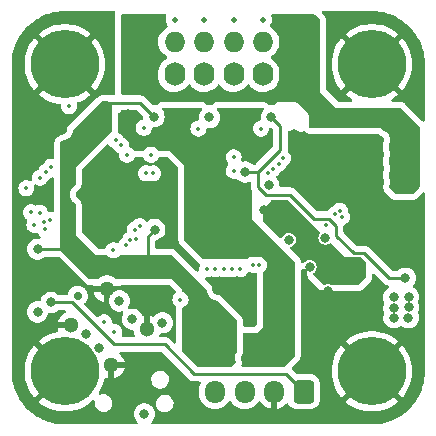
<source format=gbr>
%TF.GenerationSoftware,KiCad,Pcbnew,7.0.8*%
%TF.CreationDate,2023-10-19T21:40:54-04:00*%
%TF.ProjectId,lemon-pepper,6c656d6f-6e2d-4706-9570-7065722e6b69,rev?*%
%TF.SameCoordinates,Original*%
%TF.FileFunction,Copper,L3,Inr*%
%TF.FilePolarity,Positive*%
%FSLAX46Y46*%
G04 Gerber Fmt 4.6, Leading zero omitted, Abs format (unit mm)*
G04 Created by KiCad (PCBNEW 7.0.8) date 2023-10-19 21:40:54*
%MOMM*%
%LPD*%
G01*
G04 APERTURE LIST*
G04 Aperture macros list*
%AMRoundRect*
0 Rectangle with rounded corners*
0 $1 Rounding radius*
0 $2 $3 $4 $5 $6 $7 $8 $9 X,Y pos of 4 corners*
0 Add a 4 corners polygon primitive as box body*
4,1,4,$2,$3,$4,$5,$6,$7,$8,$9,$2,$3,0*
0 Add four circle primitives for the rounded corners*
1,1,$1+$1,$2,$3*
1,1,$1+$1,$4,$5*
1,1,$1+$1,$6,$7*
1,1,$1+$1,$8,$9*
0 Add four rect primitives between the rounded corners*
20,1,$1+$1,$2,$3,$4,$5,0*
20,1,$1+$1,$4,$5,$6,$7,0*
20,1,$1+$1,$6,$7,$8,$9,0*
20,1,$1+$1,$8,$9,$2,$3,0*%
G04 Aperture macros list end*
%TA.AperFunction,ComponentPad*%
%ADD10C,0.700000*%
%TD*%
%TA.AperFunction,ComponentPad*%
%ADD11C,1.300000*%
%TD*%
%TA.AperFunction,HeatsinkPad*%
%ADD12C,0.500000*%
%TD*%
%TA.AperFunction,ComponentPad*%
%ADD13O,1.750000X1.750000*%
%TD*%
%TA.AperFunction,ComponentPad*%
%ADD14O,1.750000X2.000000*%
%TD*%
%TA.AperFunction,ComponentPad*%
%ADD15C,5.800000*%
%TD*%
%TA.AperFunction,ComponentPad*%
%ADD16RoundRect,0.250000X0.600000X0.725000X-0.600000X0.725000X-0.600000X-0.725000X0.600000X-0.725000X0*%
%TD*%
%TA.AperFunction,ComponentPad*%
%ADD17O,1.700000X1.950000*%
%TD*%
%TA.AperFunction,ViaPad*%
%ADD18C,0.800000*%
%TD*%
%TA.AperFunction,ViaPad*%
%ADD19C,0.350000*%
%TD*%
%TA.AperFunction,Conductor*%
%ADD20C,0.250000*%
%TD*%
%TA.AperFunction,Conductor*%
%ADD21C,0.200000*%
%TD*%
G04 APERTURE END LIST*
D10*
%TO.N,*%
%TO.C,J201*%
X134408634Y-93573979D03*
D11*
%TO.N,GND*%
X136883507Y-93008293D03*
X133842948Y-96048852D03*
X140277620Y-96402406D03*
X137237061Y-99442965D03*
%TD*%
D12*
%TO.N,/current sense/U_OUT*%
%TO.C,M101*%
X142600000Y-70200000D03*
D13*
X142600000Y-72075000D03*
D14*
X142600000Y-74825000D03*
D12*
%TO.N,/current sense/W_OUT*%
X145100000Y-70200000D03*
D13*
X145100000Y-72075000D03*
D14*
X145100000Y-74825000D03*
D12*
%TO.N,/half bridges/OUT1B*%
X147600000Y-70200000D03*
D13*
X147600000Y-72075000D03*
D14*
X147600000Y-74825000D03*
D12*
%TO.N,/current sense/V_OUT*%
X150100000Y-70200000D03*
D13*
X150100000Y-72075000D03*
D14*
X150100000Y-74825000D03*
%TD*%
D15*
%TO.N,GND*%
%TO.C,H101*%
X133300000Y-99975000D03*
X159300000Y-99975000D03*
X133300000Y-73975000D03*
X159300000Y-73975000D03*
%TD*%
D16*
%TO.N,Vmot*%
%TO.C,J101*%
X153525000Y-101700000D03*
D17*
%TO.N,GND*%
X151025000Y-101700000D03*
%TO.N,/mcu/CANL*%
X148525000Y-101700000D03*
%TO.N,/mcu/CANH*%
X146025000Y-101700000D03*
%TD*%
D18*
%TO.N,GND*%
X133075000Y-79525000D03*
D19*
%TO.N,/current sense/W_SENSE*%
X131585560Y-87340488D03*
D18*
%TO.N,GND*%
X153975000Y-84225000D03*
X159950000Y-85100000D03*
X154025000Y-91125000D03*
X161875000Y-87350000D03*
X141550000Y-89050000D03*
X143925000Y-101575000D03*
X130700000Y-80025000D03*
X162125000Y-90250000D03*
X135925000Y-86300000D03*
X161900000Y-86100000D03*
X153975000Y-85250000D03*
X159925000Y-80375000D03*
X137175000Y-85000000D03*
X135925000Y-85025000D03*
X152750000Y-79900000D03*
X135925000Y-83825000D03*
X159950000Y-82800000D03*
X134650000Y-85000000D03*
X154975000Y-84250000D03*
X159950000Y-83950000D03*
X155600000Y-93200000D03*
X147850000Y-92350000D03*
X152925000Y-84175000D03*
X152275000Y-88850500D03*
X146225000Y-93075000D03*
X140904600Y-93350500D03*
X143900000Y-103500000D03*
X154000000Y-83200000D03*
X159950000Y-81600000D03*
%TO.N,Vmot*%
X132150000Y-94150000D03*
X150200000Y-86325000D03*
X139000000Y-70700000D03*
X161925000Y-82200000D03*
X150850000Y-86975000D03*
X153725000Y-74775000D03*
X153750000Y-72700000D03*
X156250000Y-90950000D03*
X155325000Y-91350000D03*
X151750000Y-86800000D03*
X138975000Y-74750000D03*
X139000000Y-72750000D03*
X156150000Y-91975000D03*
X153725000Y-70725000D03*
X161950000Y-83375000D03*
D19*
%TO.N,/mcu/USBD_P*%
X137500000Y-96625000D03*
X136650000Y-95825000D03*
D18*
%TO.N,+3V3*%
X134550500Y-90189528D03*
X162425000Y-93700000D03*
X146800000Y-99125000D03*
X162425000Y-94575000D03*
X140050000Y-103600000D03*
X144600000Y-99125000D03*
X140850000Y-78425000D03*
X161175000Y-93700000D03*
X145675000Y-99125000D03*
X162150000Y-92100000D03*
X136625000Y-77825000D03*
X148575500Y-83099500D03*
X131015734Y-89634266D03*
X162400000Y-95425000D03*
X150800000Y-78450000D03*
X140924500Y-87975000D03*
X145550000Y-78475000D03*
X144100000Y-98175000D03*
X145175000Y-98175000D03*
X161175000Y-94600000D03*
X146000000Y-95675000D03*
X146300000Y-98175000D03*
X161175000Y-95450000D03*
D19*
%TO.N,/mcu/RESET*%
X130050000Y-84475000D03*
X133675000Y-77514376D03*
X143100000Y-93900000D03*
%TO.N,/current sense/U_SENSE*%
X131225000Y-83575000D03*
X139975000Y-79375000D03*
%TO.N,/current sense/V_SENSE*%
X147600000Y-83000000D03*
X137425000Y-89725000D03*
X147600000Y-81850000D03*
X149925000Y-79425000D03*
%TO.N,/current sense/W_SENSE*%
X138575000Y-81650000D03*
X140600000Y-81650000D03*
X144625000Y-79425000D03*
D18*
%TO.N,/usb/USB_5V*%
X136221584Y-97995447D03*
X135074342Y-96842749D03*
X139022580Y-95565784D03*
X141575000Y-95875000D03*
X131000000Y-94950000D03*
X137925000Y-94025000D03*
%TO.N,Net-(D603-K)*%
X155375500Y-88651305D03*
X150575000Y-84225000D03*
D19*
%TO.N,Net-(D601-K)*%
X151805811Y-81930811D03*
X156600000Y-86375000D03*
%TO.N,/half bridges/ENA*%
X155450000Y-87550000D03*
X150525000Y-83225000D03*
X139371900Y-88772810D03*
%TO.N,/encoder/SCK*%
X147450000Y-91350000D03*
X130450000Y-86525000D03*
%TO.N,/encoder/CIPO*%
X131175000Y-86550000D03*
X146050000Y-91325000D03*
%TO.N,/encoder/COPI*%
X146775000Y-91350000D03*
X130725000Y-87575000D03*
%TO.N,/encoder/CS*%
X148150000Y-91350000D03*
X132073766Y-87148766D03*
%TO.N,/encoder/CAL_EN*%
X131600000Y-87950000D03*
X145325000Y-91350000D03*
%TO.N,/mcu/CAN_TX*%
X140175000Y-83225000D03*
X138050000Y-80825000D03*
%TO.N,/mcu/CAN_RX*%
X137600000Y-80425000D03*
X140800000Y-83225000D03*
%TO.N,/half bridges/IN2B*%
X150950000Y-82825000D03*
X131750000Y-83075000D03*
%TO.N,/half bridges/IN1A*%
X156800000Y-86900000D03*
X139215802Y-87973175D03*
%TO.N,/half bridges/IN2A*%
X139650000Y-87678939D03*
X156177038Y-86685172D03*
%TO.N,/half bridges/IN1B*%
X132125000Y-82675000D03*
X151425000Y-82400000D03*
%TO.N,/mcu/DIR*%
X138850000Y-88825000D03*
X149724503Y-90975000D03*
%TO.N,/mcu/STEP*%
X138525000Y-89275000D03*
X149200000Y-90975000D03*
D18*
%TO.N,GNDA*%
X143584500Y-78225000D03*
X148824500Y-78225000D03*
X149775000Y-98800000D03*
X149775000Y-97875000D03*
X138675000Y-78175000D03*
X148575500Y-85324500D03*
X148625000Y-98825000D03*
%TD*%
D20*
%TO.N,+3V3*%
X140850000Y-78425000D02*
X139675000Y-77250000D01*
X139675000Y-77250000D02*
X136950000Y-77250000D01*
X136950000Y-77250000D02*
X136625000Y-77575000D01*
X136625000Y-77575000D02*
X136625000Y-77825000D01*
X140924500Y-87975000D02*
X140350000Y-88549500D01*
X140350000Y-88549500D02*
X140350000Y-90275000D01*
X133040734Y-89634266D02*
X133100000Y-89575000D01*
X131015734Y-89634266D02*
X133040734Y-89634266D01*
%TO.N,Vmot*%
X152025000Y-100200000D02*
X153525000Y-101700000D01*
X137450000Y-97700000D02*
X141750000Y-97700000D01*
X141750000Y-97700000D02*
X144250000Y-100200000D01*
X132150000Y-94150000D02*
X133900000Y-94150000D01*
X133900000Y-94150000D02*
X137450000Y-97700000D01*
X144250000Y-100200000D02*
X152025000Y-100200000D01*
%TO.N,+3V3*%
X160775000Y-92100000D02*
X162150000Y-92100000D01*
X149700500Y-84375805D02*
X150349695Y-85025000D01*
X151550000Y-81250000D02*
X149700500Y-83099500D01*
X149700500Y-83099500D02*
X149700500Y-84375805D01*
X150349695Y-85025000D02*
X152350000Y-85025000D01*
X157750000Y-89975000D02*
X158650000Y-89975000D01*
X151550000Y-79200000D02*
X151550000Y-81250000D01*
X156275000Y-87667893D02*
X156275000Y-88500000D01*
X152350000Y-85025000D02*
X154375000Y-87050000D01*
X154375000Y-87050000D02*
X155657107Y-87050000D01*
X156275000Y-88500000D02*
X157750000Y-89975000D01*
X158650000Y-89975000D02*
X160775000Y-92100000D01*
X149700500Y-83099500D02*
X148575500Y-83099500D01*
X155657107Y-87050000D02*
X156275000Y-87667893D01*
X150800000Y-78450000D02*
X151550000Y-79200000D01*
D21*
%TO.N,GNDA*%
X149750000Y-98825000D02*
X149775000Y-98800000D01*
X149775000Y-98800000D02*
X149775000Y-98575000D01*
X149775000Y-98800000D02*
X149775000Y-98475000D01*
%TD*%
%TA.AperFunction,Conductor*%
%TO.N,Vmot*%
G36*
X141835594Y-69744962D02*
G01*
X141890132Y-69799500D01*
X141910094Y-69874000D01*
X141901733Y-69923211D01*
X141863686Y-70031942D01*
X141863686Y-70031943D01*
X141844751Y-70199999D01*
X141844751Y-70200000D01*
X141863686Y-70368056D01*
X141919544Y-70527690D01*
X141999788Y-70655397D01*
X142022522Y-70729098D01*
X142005359Y-70804293D01*
X141952899Y-70860832D01*
X141944542Y-70865711D01*
X141845099Y-70919527D01*
X141665206Y-71059543D01*
X141510821Y-71227250D01*
X141510819Y-71227252D01*
X141510817Y-71227255D01*
X141446730Y-71325347D01*
X141386136Y-71418093D01*
X141294570Y-71626843D01*
X141238609Y-71847828D01*
X141219786Y-72074998D01*
X141219786Y-72075001D01*
X141238609Y-72302171D01*
X141294570Y-72523156D01*
X141386136Y-72731906D01*
X141386138Y-72731909D01*
X141510817Y-72922745D01*
X141665206Y-73090456D01*
X141845094Y-73230469D01*
X141894069Y-73256973D01*
X141950089Y-73309988D01*
X141972096Y-73383909D01*
X141954195Y-73458931D01*
X141901275Y-73514893D01*
X141779125Y-73590103D01*
X141603360Y-73744795D01*
X141456267Y-73926966D01*
X141342075Y-74131378D01*
X141342074Y-74131380D01*
X141264070Y-74352153D01*
X141238070Y-74503788D01*
X141224500Y-74582928D01*
X141224500Y-75008428D01*
X141239384Y-75183301D01*
X141298382Y-75409887D01*
X141298385Y-75409895D01*
X141394826Y-75623247D01*
X141525939Y-75817236D01*
X141525941Y-75817238D01*
X141525943Y-75817241D01*
X141687956Y-75986283D01*
X141876208Y-76125513D01*
X142085282Y-76230926D01*
X142309163Y-76299489D01*
X142541411Y-76329229D01*
X142775345Y-76319292D01*
X143004234Y-76269962D01*
X143221494Y-76182660D01*
X143420875Y-76059896D01*
X143596641Y-75905203D01*
X143736132Y-75732445D01*
X143798463Y-75687025D01*
X143875157Y-75678853D01*
X143945661Y-75710124D01*
X143975505Y-75742616D01*
X144025939Y-75817236D01*
X144025941Y-75817238D01*
X144025943Y-75817241D01*
X144187956Y-75986283D01*
X144376208Y-76125513D01*
X144585282Y-76230926D01*
X144809163Y-76299489D01*
X145041411Y-76329229D01*
X145275345Y-76319292D01*
X145504234Y-76269962D01*
X145721494Y-76182660D01*
X145920875Y-76059896D01*
X146096641Y-75905203D01*
X146236132Y-75732445D01*
X146298463Y-75687025D01*
X146375157Y-75678853D01*
X146445661Y-75710124D01*
X146475505Y-75742616D01*
X146525939Y-75817236D01*
X146525941Y-75817238D01*
X146525943Y-75817241D01*
X146687956Y-75986283D01*
X146876208Y-76125513D01*
X147085282Y-76230926D01*
X147309163Y-76299489D01*
X147541411Y-76329229D01*
X147775345Y-76319292D01*
X148004234Y-76269962D01*
X148221494Y-76182660D01*
X148420875Y-76059896D01*
X148596641Y-75905203D01*
X148736132Y-75732445D01*
X148798463Y-75687025D01*
X148875157Y-75678853D01*
X148945661Y-75710124D01*
X148975505Y-75742616D01*
X149025939Y-75817236D01*
X149025941Y-75817238D01*
X149025943Y-75817241D01*
X149187956Y-75986283D01*
X149376208Y-76125513D01*
X149585282Y-76230926D01*
X149809163Y-76299489D01*
X150041411Y-76329229D01*
X150275345Y-76319292D01*
X150504234Y-76269962D01*
X150721494Y-76182660D01*
X150920875Y-76059896D01*
X151096641Y-75905203D01*
X151243735Y-75723030D01*
X151357926Y-75518619D01*
X151435929Y-75297849D01*
X151475500Y-75067072D01*
X151475500Y-74641572D01*
X151460616Y-74466699D01*
X151401617Y-74240110D01*
X151305172Y-74026750D01*
X151174057Y-73832759D01*
X151012044Y-73663717D01*
X150823792Y-73524487D01*
X150813253Y-73519173D01*
X150755718Y-73467811D01*
X150731572Y-73394560D01*
X150747286Y-73319050D01*
X150798650Y-73261513D01*
X150809418Y-73255086D01*
X150854903Y-73230471D01*
X150902185Y-73193670D01*
X151034794Y-73090456D01*
X151189183Y-72922745D01*
X151313862Y-72731909D01*
X151405430Y-72523155D01*
X151461390Y-72302176D01*
X151480214Y-72075000D01*
X151461390Y-71847824D01*
X151405430Y-71626845D01*
X151313862Y-71418091D01*
X151189183Y-71227255D01*
X151034794Y-71059544D01*
X150854906Y-70919531D01*
X150854905Y-70919530D01*
X150755457Y-70865712D01*
X150699437Y-70812698D01*
X150677430Y-70738776D01*
X150695331Y-70663754D01*
X150700204Y-70655409D01*
X150780456Y-70527690D01*
X150836313Y-70368059D01*
X150855249Y-70200000D01*
X150836313Y-70031941D01*
X150798267Y-69923211D01*
X150792504Y-69846298D01*
X150825969Y-69776808D01*
X150889695Y-69733361D01*
X150938906Y-69725000D01*
X154363282Y-69725000D01*
X154437782Y-69744962D01*
X154468641Y-69768641D01*
X154881359Y-70181359D01*
X154919923Y-70248154D01*
X154925000Y-70286718D01*
X154925000Y-76300000D01*
X156275000Y-77650000D01*
X161663282Y-77650000D01*
X161737782Y-77669962D01*
X161768641Y-77693641D01*
X163306359Y-79231359D01*
X163344923Y-79298154D01*
X163350000Y-79336718D01*
X163350000Y-84313282D01*
X163330038Y-84387782D01*
X163306359Y-84418641D01*
X162793641Y-84931359D01*
X162726846Y-84969923D01*
X162688282Y-84975000D01*
X161361718Y-84975000D01*
X161287218Y-84955038D01*
X161256359Y-84931359D01*
X160808341Y-84483341D01*
X160769777Y-84416546D01*
X160769777Y-84339418D01*
X160776260Y-84321109D01*
X160777176Y-84318288D01*
X160777179Y-84318284D01*
X160835674Y-84138256D01*
X160855460Y-83950000D01*
X160835674Y-83761744D01*
X160777179Y-83581716D01*
X160774521Y-83577112D01*
X160769961Y-83569213D01*
X160750000Y-83494716D01*
X160750000Y-83255284D01*
X160769962Y-83180784D01*
X160777178Y-83168285D01*
X160777179Y-83168284D01*
X160835674Y-82988256D01*
X160855460Y-82800000D01*
X160835674Y-82611744D01*
X160777179Y-82431716D01*
X160777174Y-82431707D01*
X160769961Y-82419213D01*
X160750000Y-82344716D01*
X160750000Y-82055284D01*
X160769962Y-81980784D01*
X160777178Y-81968285D01*
X160777179Y-81968284D01*
X160835674Y-81788256D01*
X160855460Y-81600000D01*
X160835674Y-81411744D01*
X160777179Y-81231716D01*
X160777174Y-81231707D01*
X160769961Y-81219213D01*
X160750000Y-81144716D01*
X160750000Y-80773589D01*
X160757293Y-80727545D01*
X160761645Y-80714147D01*
X160810674Y-80563256D01*
X160830460Y-80375000D01*
X160810674Y-80186744D01*
X160752179Y-80006716D01*
X160657533Y-79842784D01*
X160657532Y-79842783D01*
X160657530Y-79842779D01*
X160530872Y-79702113D01*
X160509446Y-79686546D01*
X160377730Y-79590849D01*
X160377728Y-79590848D01*
X160201284Y-79512289D01*
X160156530Y-79481530D01*
X160075000Y-79400000D01*
X154161718Y-79400000D01*
X154087218Y-79380038D01*
X154056359Y-79356359D01*
X153982675Y-79282675D01*
X153944111Y-79215880D01*
X153940551Y-79156111D01*
X153955498Y-79052147D01*
X153955500Y-79052136D01*
X153955500Y-78437823D01*
X153954051Y-78410784D01*
X153952808Y-78399232D01*
X153949771Y-78370976D01*
X153949088Y-78366763D01*
X153941114Y-78317552D01*
X153890832Y-78182743D01*
X153857347Y-78121420D01*
X153856391Y-78120143D01*
X153771125Y-78006241D01*
X153771120Y-78006236D01*
X153084187Y-77319302D01*
X153064045Y-77301209D01*
X153064044Y-77301209D01*
X153064043Y-77301208D01*
X153032858Y-77276078D01*
X152988974Y-77244433D01*
X152858097Y-77184662D01*
X152858094Y-77184661D01*
X152858085Y-77184658D01*
X152791056Y-77164976D01*
X152791055Y-77164975D01*
X152791044Y-77164973D01*
X152648652Y-77144501D01*
X152648640Y-77144500D01*
X152648638Y-77144500D01*
X151567572Y-77144500D01*
X151566000Y-77144514D01*
X151562854Y-77144544D01*
X151557942Y-77144613D01*
X151415935Y-77167799D01*
X151349290Y-77188754D01*
X151219567Y-77251009D01*
X151112651Y-77347278D01*
X151112649Y-77347281D01*
X151112646Y-77347284D01*
X151071687Y-77396413D01*
X151008650Y-77440851D01*
X150957244Y-77450000D01*
X150643307Y-77450000D01*
X150568807Y-77430038D01*
X150529132Y-77394827D01*
X150528382Y-77395478D01*
X150479143Y-77338653D01*
X150479141Y-77338651D01*
X150370407Y-77244431D01*
X150239534Y-77184663D01*
X150239532Y-77184662D01*
X150239527Y-77184660D01*
X150239520Y-77184658D01*
X150172491Y-77164976D01*
X150172490Y-77164975D01*
X150172479Y-77164973D01*
X150030087Y-77144501D01*
X150030075Y-77144500D01*
X150030073Y-77144500D01*
X146295062Y-77144500D01*
X146293490Y-77144514D01*
X146290344Y-77144544D01*
X146285432Y-77144613D01*
X146143425Y-77167799D01*
X146076780Y-77188754D01*
X145947057Y-77251009D01*
X145840141Y-77347278D01*
X145840139Y-77347281D01*
X145840136Y-77347284D01*
X145799177Y-77396413D01*
X145736140Y-77440851D01*
X145684734Y-77450000D01*
X145415817Y-77450000D01*
X145341317Y-77430038D01*
X145301642Y-77394827D01*
X145300892Y-77395478D01*
X145251653Y-77338653D01*
X145251651Y-77338651D01*
X145142917Y-77244431D01*
X145012044Y-77184663D01*
X145012042Y-77184662D01*
X145012037Y-77184660D01*
X145012030Y-77184658D01*
X144945001Y-77164976D01*
X144945000Y-77164975D01*
X144944989Y-77164973D01*
X144802597Y-77144501D01*
X144802585Y-77144500D01*
X144802583Y-77144500D01*
X141640082Y-77144500D01*
X141638903Y-77144511D01*
X141635363Y-77144544D01*
X141630454Y-77144613D01*
X141488447Y-77167799D01*
X141421802Y-77188755D01*
X141421797Y-77188756D01*
X141292086Y-77251005D01*
X141292084Y-77251006D01*
X141185166Y-77347276D01*
X141185161Y-77347280D01*
X141185158Y-77347284D01*
X141144198Y-77396414D01*
X141081161Y-77440852D01*
X141029756Y-77450000D01*
X140821308Y-77450000D01*
X140746808Y-77430038D01*
X140715949Y-77406359D01*
X140498347Y-77188757D01*
X140177752Y-76868161D01*
X140167195Y-76854984D01*
X140166760Y-76855345D01*
X140160785Y-76848122D01*
X140110364Y-76800772D01*
X140089471Y-76779879D01*
X140084454Y-76775988D01*
X140079118Y-76771430D01*
X140045582Y-76739938D01*
X140029749Y-76731234D01*
X140010208Y-76718398D01*
X139995936Y-76707327D01*
X139995934Y-76707326D01*
X139995932Y-76707324D01*
X139953703Y-76689050D01*
X139947407Y-76685965D01*
X139907092Y-76663803D01*
X139907091Y-76663802D01*
X139907090Y-76663802D01*
X139889597Y-76659311D01*
X139867480Y-76651738D01*
X139850896Y-76644562D01*
X139850894Y-76644561D01*
X139850893Y-76644561D01*
X139805449Y-76637363D01*
X139798575Y-76635939D01*
X139776011Y-76630146D01*
X139754019Y-76624500D01*
X139754017Y-76624500D01*
X139735954Y-76624500D01*
X139712647Y-76622666D01*
X139694804Y-76619840D01*
X139694803Y-76619840D01*
X139649004Y-76624169D01*
X139641989Y-76624500D01*
X138336218Y-76624500D01*
X138261718Y-76604538D01*
X138230859Y-76580859D01*
X138093641Y-76443641D01*
X138055077Y-76376846D01*
X138050000Y-76338282D01*
X138050000Y-69874000D01*
X138069962Y-69799500D01*
X138124500Y-69744962D01*
X138199000Y-69725000D01*
X141761094Y-69725000D01*
X141835594Y-69744962D01*
G37*
%TD.AperFunction*%
%TD*%
%TA.AperFunction,Conductor*%
%TO.N,Vmot*%
G36*
X152240677Y-85519685D02*
G01*
X152261319Y-85536319D01*
X154870673Y-88145673D01*
X154904158Y-88206996D01*
X154899174Y-88276688D01*
X154881368Y-88308840D01*
X154850964Y-88348462D01*
X154790456Y-88494542D01*
X154790455Y-88494544D01*
X154769818Y-88651303D01*
X154769818Y-88651306D01*
X154790455Y-88808065D01*
X154790456Y-88808067D01*
X154808031Y-88850498D01*
X154850964Y-88954146D01*
X154947218Y-89079587D01*
X155072659Y-89175841D01*
X155218738Y-89236349D01*
X155297119Y-89246668D01*
X155375499Y-89256987D01*
X155375500Y-89256987D01*
X155375501Y-89256987D01*
X155427754Y-89250107D01*
X155532262Y-89236349D01*
X155678341Y-89175841D01*
X155717964Y-89145437D01*
X155783130Y-89120242D01*
X155851575Y-89134279D01*
X155881131Y-89156131D01*
X157000000Y-90275000D01*
X157585999Y-90275000D01*
X157628405Y-90282477D01*
X157636947Y-90285585D01*
X157636951Y-90285585D01*
X157636955Y-90285588D01*
X157676818Y-90292616D01*
X157682076Y-90293782D01*
X157721193Y-90304264D01*
X157761518Y-90300735D01*
X157766922Y-90300500D01*
X158299138Y-90300500D01*
X158366177Y-90320185D01*
X158386819Y-90336819D01*
X158788681Y-90738681D01*
X158822166Y-90800004D01*
X158825000Y-90826362D01*
X158825000Y-91973638D01*
X158805315Y-92040677D01*
X158788681Y-92061319D01*
X158236319Y-92613681D01*
X158174996Y-92647166D01*
X158148638Y-92650000D01*
X155866031Y-92650000D01*
X155818579Y-92640561D01*
X155756765Y-92614957D01*
X155756760Y-92614955D01*
X155600001Y-92594318D01*
X155599999Y-92594318D01*
X155443239Y-92614955D01*
X155443234Y-92614957D01*
X155381421Y-92640561D01*
X155333969Y-92650000D01*
X155251362Y-92650000D01*
X155184323Y-92630315D01*
X155163681Y-92613681D01*
X154355223Y-91805223D01*
X154321738Y-91743900D01*
X154326722Y-91674208D01*
X154367415Y-91619169D01*
X154453282Y-91553282D01*
X154549536Y-91427841D01*
X154610044Y-91281762D01*
X154630682Y-91125000D01*
X154610044Y-90968238D01*
X154549536Y-90822159D01*
X154453282Y-90696718D01*
X154327841Y-90600464D01*
X154181762Y-90539956D01*
X154181760Y-90539955D01*
X154025001Y-90519318D01*
X154024999Y-90519318D01*
X153868239Y-90539955D01*
X153868237Y-90539956D01*
X153722160Y-90600463D01*
X153608938Y-90687341D01*
X153596718Y-90696718D01*
X153530831Y-90782582D01*
X153474405Y-90823784D01*
X153404659Y-90827939D01*
X153344776Y-90794776D01*
X153315097Y-90765097D01*
X153281612Y-90703774D01*
X153279176Y-90687341D01*
X153279050Y-90685771D01*
X153274769Y-90645964D01*
X153266114Y-90592554D01*
X153266114Y-90592552D01*
X153246496Y-90539955D01*
X153215832Y-90457743D01*
X153182347Y-90396420D01*
X153096123Y-90281239D01*
X153096118Y-90281234D01*
X153096113Y-90281228D01*
X152434763Y-89619879D01*
X152401278Y-89558556D01*
X152406262Y-89488865D01*
X152448133Y-89432931D01*
X152474988Y-89417638D01*
X152577841Y-89375036D01*
X152703282Y-89278782D01*
X152799536Y-89153341D01*
X152860044Y-89007262D01*
X152880682Y-88850500D01*
X152875095Y-88808065D01*
X152860044Y-88693739D01*
X152860044Y-88693738D01*
X152799536Y-88547659D01*
X152703282Y-88422218D01*
X152577841Y-88325964D01*
X152431762Y-88265456D01*
X152431760Y-88265455D01*
X152275001Y-88244818D01*
X152274999Y-88244818D01*
X152118239Y-88265455D01*
X152118237Y-88265456D01*
X151972160Y-88325963D01*
X151846718Y-88422218D01*
X151750463Y-88547660D01*
X151707862Y-88650508D01*
X151664021Y-88704912D01*
X151597726Y-88726976D01*
X151530027Y-88709696D01*
X151505620Y-88690736D01*
X150161319Y-87346435D01*
X150127834Y-87285112D01*
X150125000Y-87258754D01*
X150125000Y-86201362D01*
X150144685Y-86134323D01*
X150161319Y-86113681D01*
X150738681Y-85536319D01*
X150800004Y-85502834D01*
X150826362Y-85500000D01*
X152173638Y-85500000D01*
X152240677Y-85519685D01*
G37*
%TD.AperFunction*%
%TD*%
%TA.AperFunction,Conductor*%
%TO.N,GNDA*%
G36*
X144869622Y-77669685D02*
G01*
X144915377Y-77722489D01*
X144925321Y-77791647D01*
X144896296Y-77855203D01*
X144894749Y-77856953D01*
X144845348Y-77911819D01*
X144817466Y-77942785D01*
X144722821Y-78106715D01*
X144722818Y-78106722D01*
X144680573Y-78236740D01*
X144664326Y-78286744D01*
X144647168Y-78450000D01*
X144644540Y-78475000D01*
X144658996Y-78612539D01*
X144646426Y-78681268D01*
X144598694Y-78732292D01*
X144550055Y-78745573D01*
X144550423Y-78748596D01*
X144542979Y-78749499D01*
X144383708Y-78788756D01*
X144238451Y-78864993D01*
X144115672Y-78973766D01*
X144115666Y-78973773D01*
X144022483Y-79108771D01*
X143964312Y-79262154D01*
X143964311Y-79262157D01*
X143944539Y-79424999D01*
X143944539Y-79425000D01*
X143964311Y-79587842D01*
X143964312Y-79587845D01*
X144003519Y-79691226D01*
X144022483Y-79741228D01*
X144081153Y-79826226D01*
X144115668Y-79876229D01*
X144115670Y-79876231D01*
X144115672Y-79876233D01*
X144238451Y-79985006D01*
X144238452Y-79985006D01*
X144238454Y-79985008D01*
X144383705Y-80061242D01*
X144383707Y-80061242D01*
X144383708Y-80061243D01*
X144542978Y-80100500D01*
X144542979Y-80100500D01*
X144707022Y-80100500D01*
X144866291Y-80061243D01*
X144866291Y-80061242D01*
X144866295Y-80061242D01*
X145011546Y-79985008D01*
X145134332Y-79876229D01*
X145227518Y-79741226D01*
X145285688Y-79587845D01*
X145298758Y-79480202D01*
X145326380Y-79416025D01*
X145384314Y-79376968D01*
X145447633Y-79373859D01*
X145455354Y-79375500D01*
X145455355Y-79375500D01*
X145644644Y-79375500D01*
X145644646Y-79375500D01*
X145829803Y-79336144D01*
X146002730Y-79259151D01*
X146155871Y-79147888D01*
X146282533Y-79007216D01*
X146377179Y-78843284D01*
X146435674Y-78663256D01*
X146455460Y-78475000D01*
X146435674Y-78286744D01*
X146377179Y-78106716D01*
X146282533Y-77942784D01*
X146205266Y-77856971D01*
X146175037Y-77793981D01*
X146183662Y-77724646D01*
X146228403Y-77670980D01*
X146295056Y-77650022D01*
X146297417Y-77650000D01*
X150030073Y-77650000D01*
X150097112Y-77669685D01*
X150142867Y-77722489D01*
X150152811Y-77791647D01*
X150123786Y-77855203D01*
X150122292Y-77856893D01*
X150067467Y-77917784D01*
X150067465Y-77917785D01*
X150067464Y-77917788D01*
X149972821Y-78081715D01*
X149972818Y-78081722D01*
X149922450Y-78236740D01*
X149914326Y-78261744D01*
X149894540Y-78450000D01*
X149912623Y-78622058D01*
X149900054Y-78690786D01*
X149852322Y-78741810D01*
X149818979Y-78755415D01*
X149683708Y-78788757D01*
X149683707Y-78788757D01*
X149683705Y-78788758D01*
X149663404Y-78799413D01*
X149538451Y-78864993D01*
X149415672Y-78973766D01*
X149415666Y-78973773D01*
X149322483Y-79108771D01*
X149264312Y-79262154D01*
X149264311Y-79262157D01*
X149244539Y-79424999D01*
X149244539Y-79425000D01*
X149264311Y-79587842D01*
X149264312Y-79587845D01*
X149303519Y-79691226D01*
X149322483Y-79741228D01*
X149381153Y-79826226D01*
X149415668Y-79876229D01*
X149415670Y-79876231D01*
X149415672Y-79876233D01*
X149538451Y-79985006D01*
X149538452Y-79985006D01*
X149538454Y-79985008D01*
X149683705Y-80061242D01*
X149683707Y-80061242D01*
X149683708Y-80061243D01*
X149842978Y-80100500D01*
X149842979Y-80100500D01*
X150007022Y-80100500D01*
X150166291Y-80061243D01*
X150166291Y-80061242D01*
X150166295Y-80061242D01*
X150311546Y-79985008D01*
X150434332Y-79876229D01*
X150527518Y-79741226D01*
X150585688Y-79587845D01*
X150601265Y-79459552D01*
X150628887Y-79395376D01*
X150686820Y-79356319D01*
X150724361Y-79350500D01*
X150764546Y-79350500D01*
X150831585Y-79370185D01*
X150852226Y-79386818D01*
X150888180Y-79422771D01*
X150921666Y-79484093D01*
X150924500Y-79510453D01*
X150924500Y-80939547D01*
X150904815Y-81006586D01*
X150888181Y-81027228D01*
X149477728Y-82437681D01*
X149416405Y-82471166D01*
X149390047Y-82474000D01*
X149279248Y-82474000D01*
X149212209Y-82454315D01*
X149187100Y-82432974D01*
X149181373Y-82426614D01*
X149181369Y-82426610D01*
X149028234Y-82315351D01*
X149028229Y-82315348D01*
X148855307Y-82238357D01*
X148855302Y-82238355D01*
X148709501Y-82207365D01*
X148670146Y-82199000D01*
X148480854Y-82199000D01*
X148480852Y-82199000D01*
X148386913Y-82218967D01*
X148317246Y-82213651D01*
X148261513Y-82171513D01*
X148237408Y-82105933D01*
X148245192Y-82053704D01*
X148260686Y-82012849D01*
X148260688Y-82012845D01*
X148280461Y-81850000D01*
X148260688Y-81687155D01*
X148202518Y-81533774D01*
X148109332Y-81398771D01*
X148109329Y-81398768D01*
X148109327Y-81398766D01*
X147986548Y-81289993D01*
X147841291Y-81213756D01*
X147682022Y-81174500D01*
X147682021Y-81174500D01*
X147517979Y-81174500D01*
X147517978Y-81174500D01*
X147358708Y-81213756D01*
X147213451Y-81289993D01*
X147090672Y-81398766D01*
X147090666Y-81398773D01*
X146997483Y-81533771D01*
X146939312Y-81687154D01*
X146939311Y-81687157D01*
X146919539Y-81849999D01*
X146919539Y-81850000D01*
X146939311Y-82012842D01*
X146939312Y-82012845D01*
X146997483Y-82166228D01*
X147090666Y-82301226D01*
X147090668Y-82301229D01*
X147125610Y-82332185D01*
X147162736Y-82391375D01*
X147161968Y-82461240D01*
X147125610Y-82517815D01*
X147090668Y-82548770D01*
X147090666Y-82548773D01*
X146997483Y-82683771D01*
X146939312Y-82837154D01*
X146939311Y-82837157D01*
X146919539Y-82999999D01*
X146919539Y-83000000D01*
X146939311Y-83162842D01*
X146939312Y-83162845D01*
X146981657Y-83274500D01*
X146997483Y-83316228D01*
X147076055Y-83430059D01*
X147090668Y-83451229D01*
X147090670Y-83451231D01*
X147090672Y-83451233D01*
X147213451Y-83560006D01*
X147213452Y-83560006D01*
X147213454Y-83560008D01*
X147358705Y-83636242D01*
X147358707Y-83636242D01*
X147358708Y-83636243D01*
X147517978Y-83675500D01*
X147517979Y-83675500D01*
X147682020Y-83675500D01*
X147682021Y-83675500D01*
X147773877Y-83652859D01*
X147843678Y-83655928D01*
X147895702Y-83690284D01*
X147969629Y-83772388D01*
X147969635Y-83772393D01*
X148122765Y-83883648D01*
X148122770Y-83883651D01*
X148295692Y-83960642D01*
X148295697Y-83960644D01*
X148480854Y-84000000D01*
X148480855Y-84000000D01*
X148670144Y-84000000D01*
X148670146Y-84000000D01*
X148855303Y-83960644D01*
X148900565Y-83940491D01*
X148969812Y-83931206D01*
X149033089Y-83960834D01*
X149070304Y-84019968D01*
X149075000Y-84053771D01*
X149075000Y-84293060D01*
X149073275Y-84308677D01*
X149073561Y-84308704D01*
X149072826Y-84316470D01*
X149075000Y-84385619D01*
X149075000Y-84415148D01*
X149075001Y-84415165D01*
X149075868Y-84422036D01*
X149076326Y-84427855D01*
X149077790Y-84474429D01*
X149077791Y-84474432D01*
X149083380Y-84493672D01*
X149087324Y-84512716D01*
X149089836Y-84532596D01*
X149106990Y-84575924D01*
X149108882Y-84581452D01*
X149121881Y-84626193D01*
X149132080Y-84643439D01*
X149140638Y-84660908D01*
X149148014Y-84679537D01*
X149148015Y-84679538D01*
X149151317Y-84684083D01*
X149174798Y-84749889D01*
X149175000Y-84756970D01*
X149175000Y-87075000D01*
X152738681Y-90638681D01*
X152772166Y-90700004D01*
X152775000Y-90726362D01*
X152775000Y-98648638D01*
X152755315Y-98715677D01*
X152738681Y-98736319D01*
X151936819Y-99538181D01*
X151875496Y-99571666D01*
X151849138Y-99574500D01*
X148364277Y-99574500D01*
X148297238Y-99554815D01*
X148251483Y-99502011D01*
X148241539Y-99432853D01*
X148249545Y-99403462D01*
X148273538Y-99344948D01*
X148289940Y-99202005D01*
X148287945Y-99132164D01*
X148263411Y-98990391D01*
X148240529Y-98919967D01*
X148235142Y-98894624D01*
X148229186Y-98837955D01*
X148229186Y-98812036D01*
X148235141Y-98755372D01*
X148240529Y-98730026D01*
X148258135Y-98675843D01*
X148268675Y-98652168D01*
X148296162Y-98604562D01*
X148346662Y-98482645D01*
X148363275Y-98420645D01*
X148380500Y-98289811D01*
X148380500Y-96824000D01*
X148400185Y-96756961D01*
X148452989Y-96711206D01*
X148504500Y-96700000D01*
X149625000Y-96700000D01*
X150075000Y-96250000D01*
X150075000Y-91622752D01*
X150094685Y-91555713D01*
X150116773Y-91529937D01*
X150136066Y-91512845D01*
X150233835Y-91426229D01*
X150327021Y-91291226D01*
X150385191Y-91137845D01*
X150404964Y-90975000D01*
X150385191Y-90812155D01*
X150327021Y-90658774D01*
X150233835Y-90523771D01*
X150233832Y-90523768D01*
X150233830Y-90523766D01*
X150111051Y-90414993D01*
X149965794Y-90338756D01*
X149806525Y-90299500D01*
X149806524Y-90299500D01*
X149642482Y-90299500D01*
X149642481Y-90299500D01*
X149491926Y-90336609D01*
X149432576Y-90336609D01*
X149282021Y-90299500D01*
X149117979Y-90299500D01*
X149117978Y-90299500D01*
X148958708Y-90338756D01*
X148813451Y-90414993D01*
X148780919Y-90443815D01*
X148717686Y-90473537D01*
X148698692Y-90475000D01*
X145051362Y-90475000D01*
X144984323Y-90455315D01*
X144963681Y-90438681D01*
X143461319Y-88936319D01*
X143427834Y-88874996D01*
X143425000Y-88848638D01*
X143425000Y-82550000D01*
X142200000Y-81325000D01*
X141261542Y-81325000D01*
X141194503Y-81305315D01*
X141159492Y-81271440D01*
X141124335Y-81220507D01*
X141109332Y-81198771D01*
X141081936Y-81174500D01*
X140986548Y-81089993D01*
X140841291Y-81013756D01*
X140682022Y-80974500D01*
X140682021Y-80974500D01*
X140517979Y-80974500D01*
X140517978Y-80974500D01*
X140358708Y-81013756D01*
X140213451Y-81089993D01*
X140090669Y-81198769D01*
X140040508Y-81271440D01*
X139986225Y-81315430D01*
X139938458Y-81325000D01*
X139236542Y-81325000D01*
X139169503Y-81305315D01*
X139134492Y-81271440D01*
X139099335Y-81220507D01*
X139084332Y-81198771D01*
X139056936Y-81174500D01*
X138961548Y-81089993D01*
X138937043Y-81077132D01*
X138816295Y-81013758D01*
X138816290Y-81013756D01*
X138816287Y-81013755D01*
X138809277Y-81011096D01*
X138809830Y-81009636D01*
X138756978Y-80978859D01*
X138725193Y-80916638D01*
X138723943Y-80878677D01*
X138724240Y-80876229D01*
X138730461Y-80825000D01*
X138710688Y-80662155D01*
X138652518Y-80508774D01*
X138559332Y-80373771D01*
X138559329Y-80373768D01*
X138559327Y-80373766D01*
X138436546Y-80264992D01*
X138436544Y-80264990D01*
X138291295Y-80188757D01*
X138291289Y-80188755D01*
X138290002Y-80188438D01*
X138289160Y-80187947D01*
X138284278Y-80186096D01*
X138284586Y-80185283D01*
X138229625Y-80153276D01*
X138203748Y-80112017D01*
X138202518Y-80108775D01*
X138202518Y-80108774D01*
X138109332Y-79973771D01*
X138109329Y-79973768D01*
X138109327Y-79973766D01*
X137986546Y-79864992D01*
X137986544Y-79864990D01*
X137876737Y-79807359D01*
X137826525Y-79758775D01*
X137810550Y-79690756D01*
X137811625Y-79679916D01*
X137830500Y-79548638D01*
X137830500Y-78170862D01*
X137850185Y-78103823D01*
X137866819Y-78083181D01*
X138038181Y-77911819D01*
X138099504Y-77878334D01*
X138125862Y-77875500D01*
X139364548Y-77875500D01*
X139431587Y-77895185D01*
X139452229Y-77911819D01*
X139911038Y-78370629D01*
X139944523Y-78431952D01*
X139946678Y-78445348D01*
X139960062Y-78572687D01*
X139947493Y-78641417D01*
X139899761Y-78692441D01*
X139866417Y-78706045D01*
X139733711Y-78738755D01*
X139588451Y-78814993D01*
X139465672Y-78923766D01*
X139465666Y-78923773D01*
X139372483Y-79058771D01*
X139314312Y-79212154D01*
X139314311Y-79212157D01*
X139294539Y-79374999D01*
X139294539Y-79375000D01*
X139314311Y-79537842D01*
X139314312Y-79537845D01*
X139372418Y-79691058D01*
X139372483Y-79691228D01*
X139406996Y-79741228D01*
X139465668Y-79826229D01*
X139465670Y-79826231D01*
X139465672Y-79826233D01*
X139588451Y-79935006D01*
X139588452Y-79935006D01*
X139588454Y-79935008D01*
X139733705Y-80011242D01*
X139733707Y-80011242D01*
X139733708Y-80011243D01*
X139892978Y-80050500D01*
X139892979Y-80050500D01*
X140057022Y-80050500D01*
X140216291Y-80011243D01*
X140216291Y-80011242D01*
X140216295Y-80011242D01*
X140361546Y-79935008D01*
X140484332Y-79826229D01*
X140577518Y-79691226D01*
X140635688Y-79537845D01*
X140648230Y-79434553D01*
X140675852Y-79370376D01*
X140733786Y-79331319D01*
X140771326Y-79325500D01*
X140944644Y-79325500D01*
X140944646Y-79325500D01*
X141129803Y-79286144D01*
X141302730Y-79209151D01*
X141455871Y-79097888D01*
X141582533Y-78957216D01*
X141677179Y-78793284D01*
X141735674Y-78613256D01*
X141755460Y-78425000D01*
X141735674Y-78236744D01*
X141677179Y-78056716D01*
X141582533Y-77892784D01*
X141569522Y-77878334D01*
X141550288Y-77856972D01*
X141520058Y-77793980D01*
X141528684Y-77724645D01*
X141573425Y-77670980D01*
X141640078Y-77650022D01*
X141642438Y-77650000D01*
X144802583Y-77650000D01*
X144869622Y-77669685D01*
G37*
%TD.AperFunction*%
%TD*%
%TA.AperFunction,Conductor*%
%TO.N,GND*%
G36*
X137543453Y-69495185D02*
G01*
X137589208Y-69547989D01*
X137599152Y-69617147D01*
X137590403Y-69648312D01*
X137581685Y-69668668D01*
X137581684Y-69668674D01*
X137561726Y-69743158D01*
X137561723Y-69743171D01*
X137544500Y-69873999D01*
X137544500Y-76354828D01*
X137546665Y-76387853D01*
X137546664Y-76387853D01*
X137553900Y-76442811D01*
X137553902Y-76442826D01*
X137558586Y-76467935D01*
X137560419Y-76477761D01*
X137553362Y-76547273D01*
X137509844Y-76601935D01*
X137443682Y-76624393D01*
X137438522Y-76624500D01*
X137032738Y-76624500D01*
X137017120Y-76622776D01*
X137017093Y-76623062D01*
X137009330Y-76622327D01*
X136986480Y-76623045D01*
X136964952Y-76621845D01*
X136948638Y-76619500D01*
X136437823Y-76619500D01*
X136410784Y-76620949D01*
X136410776Y-76620949D01*
X136410773Y-76620950D01*
X136410772Y-76620950D01*
X136370964Y-76625231D01*
X136317554Y-76633885D01*
X136317552Y-76633885D01*
X136182747Y-76684166D01*
X136121419Y-76717653D01*
X136121417Y-76717654D01*
X136006246Y-76803869D01*
X136006228Y-76803885D01*
X133646861Y-79163253D01*
X133637348Y-79173302D01*
X133623692Y-79188541D01*
X133605805Y-79209635D01*
X133564398Y-79279802D01*
X133532680Y-79333551D01*
X133532680Y-79333552D01*
X133506097Y-79398161D01*
X133506093Y-79398171D01*
X133470844Y-79537665D01*
X133464858Y-79594616D01*
X133459468Y-79619971D01*
X133441864Y-79674151D01*
X133431320Y-79697833D01*
X133402836Y-79747169D01*
X133387599Y-79768141D01*
X133349488Y-79810468D01*
X133330221Y-79827816D01*
X133284124Y-79861306D01*
X133261677Y-79874265D01*
X133209639Y-79897434D01*
X133184985Y-79905445D01*
X133136673Y-79915714D01*
X133112203Y-79920915D01*
X133105943Y-79921915D01*
X133070466Y-79925730D01*
X133017055Y-79934385D01*
X133017052Y-79934385D01*
X132882247Y-79984666D01*
X132820922Y-80018151D01*
X132705740Y-80104376D01*
X132705728Y-80104386D01*
X132569296Y-80240819D01*
X132551209Y-80260956D01*
X132551209Y-80260955D01*
X132526080Y-80292139D01*
X132494433Y-80336025D01*
X132434663Y-80466899D01*
X132414978Y-80533937D01*
X132414976Y-80533942D01*
X132394500Y-80676363D01*
X132394500Y-81887434D01*
X132374815Y-81954473D01*
X132322011Y-82000228D01*
X132252853Y-82010172D01*
X132240827Y-82007831D01*
X132207025Y-81999500D01*
X132207021Y-81999500D01*
X132042979Y-81999500D01*
X132042978Y-81999500D01*
X131883708Y-82038756D01*
X131738451Y-82114993D01*
X131615672Y-82223766D01*
X131615666Y-82223773D01*
X131522481Y-82358774D01*
X131504707Y-82405639D01*
X131462528Y-82461341D01*
X131446392Y-82471461D01*
X131363460Y-82514987D01*
X131363451Y-82514993D01*
X131240672Y-82623766D01*
X131240666Y-82623773D01*
X131147483Y-82758771D01*
X131112150Y-82851936D01*
X131069971Y-82907638D01*
X131025885Y-82928360D01*
X130983708Y-82938756D01*
X130983704Y-82938757D01*
X130838455Y-83014990D01*
X130838453Y-83014992D01*
X130715672Y-83123766D01*
X130715666Y-83123773D01*
X130622483Y-83258771D01*
X130564312Y-83412154D01*
X130564311Y-83412157D01*
X130544539Y-83574999D01*
X130544539Y-83575000D01*
X130564311Y-83737842D01*
X130566107Y-83745127D01*
X130564651Y-83745485D01*
X130569366Y-83806687D01*
X130536216Y-83868193D01*
X130475077Y-83902012D01*
X130405359Y-83897409D01*
X130390432Y-83890789D01*
X130291293Y-83838757D01*
X130132022Y-83799500D01*
X130132021Y-83799500D01*
X129967979Y-83799500D01*
X129967978Y-83799500D01*
X129808708Y-83838756D01*
X129663451Y-83914993D01*
X129540672Y-84023766D01*
X129540666Y-84023773D01*
X129447483Y-84158771D01*
X129389312Y-84312154D01*
X129389311Y-84312157D01*
X129369539Y-84474999D01*
X129369539Y-84475000D01*
X129389311Y-84637842D01*
X129389312Y-84637845D01*
X129437301Y-84764382D01*
X129447483Y-84791228D01*
X129489477Y-84852066D01*
X129540668Y-84926229D01*
X129540670Y-84926231D01*
X129540672Y-84926233D01*
X129663451Y-85035006D01*
X129663452Y-85035006D01*
X129663454Y-85035008D01*
X129808705Y-85111242D01*
X129808707Y-85111242D01*
X129808708Y-85111243D01*
X129967978Y-85150500D01*
X129967979Y-85150500D01*
X130132022Y-85150500D01*
X130291291Y-85111243D01*
X130291291Y-85111242D01*
X130291295Y-85111242D01*
X130436546Y-85035008D01*
X130559332Y-84926229D01*
X130652518Y-84791226D01*
X130710688Y-84637845D01*
X130730461Y-84475000D01*
X130728962Y-84462658D01*
X130718903Y-84379815D01*
X130710688Y-84312155D01*
X130710686Y-84312151D01*
X130708893Y-84304873D01*
X130710349Y-84304513D01*
X130705631Y-84243322D01*
X130738775Y-84181814D01*
X130799911Y-84147989D01*
X130869630Y-84152586D01*
X130884560Y-84159206D01*
X130983705Y-84211242D01*
X130983707Y-84211242D01*
X130983708Y-84211243D01*
X131142978Y-84250500D01*
X131142979Y-84250500D01*
X131307022Y-84250500D01*
X131466291Y-84211243D01*
X131466291Y-84211242D01*
X131466295Y-84211242D01*
X131611546Y-84135008D01*
X131734332Y-84026229D01*
X131827518Y-83891226D01*
X131862850Y-83798061D01*
X131905026Y-83742361D01*
X131949113Y-83721638D01*
X131991295Y-83711242D01*
X132136546Y-83635008D01*
X132188273Y-83589182D01*
X132251505Y-83559460D01*
X132320769Y-83568643D01*
X132374073Y-83613815D01*
X132394493Y-83680635D01*
X132394500Y-83681997D01*
X132394500Y-86373829D01*
X132374815Y-86440868D01*
X132322011Y-86486623D01*
X132252853Y-86496567D01*
X132240825Y-86494226D01*
X132155788Y-86473266D01*
X132155787Y-86473266D01*
X131991745Y-86473266D01*
X131991738Y-86473266D01*
X131985025Y-86474921D01*
X131915223Y-86471849D01*
X131858163Y-86431526D01*
X131839614Y-86393688D01*
X131838348Y-86394169D01*
X131826207Y-86362157D01*
X131777518Y-86233774D01*
X131684332Y-86098771D01*
X131684329Y-86098768D01*
X131684327Y-86098766D01*
X131561548Y-85989993D01*
X131435367Y-85923768D01*
X131416295Y-85913758D01*
X131416294Y-85913757D01*
X131416291Y-85913756D01*
X131257022Y-85874500D01*
X131257021Y-85874500D01*
X131092979Y-85874500D01*
X131092978Y-85874500D01*
X130933706Y-85913757D01*
X130893939Y-85934628D01*
X130825431Y-85948351D01*
X130778691Y-85934627D01*
X130691293Y-85888757D01*
X130532022Y-85849500D01*
X130532021Y-85849500D01*
X130367979Y-85849500D01*
X130367978Y-85849500D01*
X130208708Y-85888756D01*
X130063451Y-85964993D01*
X129940672Y-86073766D01*
X129940666Y-86073773D01*
X129847483Y-86208771D01*
X129789312Y-86362154D01*
X129789311Y-86362157D01*
X129769539Y-86524999D01*
X129769539Y-86525000D01*
X129789311Y-86687842D01*
X129789312Y-86687845D01*
X129847482Y-86841226D01*
X129940668Y-86976229D01*
X129940670Y-86976231D01*
X129940672Y-86976233D01*
X130063453Y-87085007D01*
X130063452Y-87085007D01*
X130071441Y-87089200D01*
X130121653Y-87137785D01*
X130137627Y-87205804D01*
X130124972Y-87251697D01*
X130125142Y-87251762D01*
X130124454Y-87253575D01*
X130123618Y-87256608D01*
X130122485Y-87258766D01*
X130064312Y-87412154D01*
X130064311Y-87412157D01*
X130044539Y-87574999D01*
X130044539Y-87575000D01*
X130064311Y-87737842D01*
X130064312Y-87737845D01*
X130122482Y-87891226D01*
X130215668Y-88026229D01*
X130215670Y-88026231D01*
X130215672Y-88026233D01*
X130338451Y-88135006D01*
X130338452Y-88135006D01*
X130338454Y-88135008D01*
X130483705Y-88211242D01*
X130483707Y-88211242D01*
X130483708Y-88211243D01*
X130642978Y-88250500D01*
X130642979Y-88250500D01*
X130807023Y-88250500D01*
X130807023Y-88250499D01*
X130877407Y-88233151D01*
X130947210Y-88236219D01*
X131004272Y-88276538D01*
X131009134Y-88283107D01*
X131090668Y-88401229D01*
X131090670Y-88401231D01*
X131090672Y-88401233D01*
X131213454Y-88510008D01*
X131217382Y-88512720D01*
X131261370Y-88567004D01*
X131269027Y-88636453D01*
X131237922Y-88699017D01*
X131177929Y-88734832D01*
X131121158Y-88736056D01*
X131110380Y-88733766D01*
X130921088Y-88733766D01*
X130910310Y-88736057D01*
X130735931Y-88773121D01*
X130735926Y-88773123D01*
X130563004Y-88850114D01*
X130562999Y-88850117D01*
X130409863Y-88961377D01*
X130283200Y-89102051D01*
X130188555Y-89265981D01*
X130188552Y-89265988D01*
X130134506Y-89432327D01*
X130130060Y-89446010D01*
X130110274Y-89634266D01*
X130130060Y-89822522D01*
X130130061Y-89822525D01*
X130188552Y-90002543D01*
X130188555Y-90002550D01*
X130283201Y-90166482D01*
X130384919Y-90279451D01*
X130409863Y-90307154D01*
X130562999Y-90418414D01*
X130563004Y-90418417D01*
X130735926Y-90495408D01*
X130735931Y-90495410D01*
X130921088Y-90534766D01*
X130921089Y-90534766D01*
X131110378Y-90534766D01*
X131110380Y-90534766D01*
X131295537Y-90495410D01*
X131468464Y-90418417D01*
X131621605Y-90307154D01*
X131624522Y-90303913D01*
X131627334Y-90300792D01*
X131686821Y-90264145D01*
X131719482Y-90259766D01*
X132743520Y-90259766D01*
X132810559Y-90279451D01*
X132831200Y-90296084D01*
X133961126Y-91426011D01*
X135040819Y-92505704D01*
X135040820Y-92505704D01*
X135060477Y-92523361D01*
X135060956Y-92523791D01*
X135060955Y-92523791D01*
X135092139Y-92548920D01*
X135105121Y-92558281D01*
X135136026Y-92580567D01*
X135266903Y-92640338D01*
X135309675Y-92652897D01*
X135333937Y-92660022D01*
X135333942Y-92660023D01*
X135333946Y-92660024D01*
X135476362Y-92680500D01*
X135476365Y-92680500D01*
X135638504Y-92680500D01*
X135705543Y-92700185D01*
X135737458Y-92729774D01*
X135758994Y-92758293D01*
X136508215Y-92758293D01*
X136459871Y-92842028D01*
X136429685Y-92974284D01*
X136439822Y-93109561D01*
X136489383Y-93235840D01*
X136507289Y-93258293D01*
X135758995Y-93258293D01*
X135806569Y-93425498D01*
X135806574Y-93425511D01*
X135901568Y-93616284D01*
X136030007Y-93786364D01*
X136187507Y-93929944D01*
X136187509Y-93929946D01*
X136368708Y-94042139D01*
X136368714Y-94042142D01*
X136567448Y-94119131D01*
X136633507Y-94131479D01*
X136633507Y-93382496D01*
X136686049Y-93418319D01*
X136815679Y-93458305D01*
X136917230Y-93458305D01*
X137017649Y-93443169D01*
X137133507Y-93387374D01*
X137133507Y-93561679D01*
X137116894Y-93623678D01*
X137097822Y-93656711D01*
X137097821Y-93656713D01*
X137039327Y-93836740D01*
X137039326Y-93836744D01*
X137019540Y-94025000D01*
X137039326Y-94213256D01*
X137039327Y-94213259D01*
X137097818Y-94393277D01*
X137097821Y-94393284D01*
X137192467Y-94557216D01*
X137267508Y-94640557D01*
X137319129Y-94697888D01*
X137472265Y-94809148D01*
X137472270Y-94809151D01*
X137645192Y-94886142D01*
X137645197Y-94886144D01*
X137830354Y-94925500D01*
X137830355Y-94925500D01*
X138019644Y-94925500D01*
X138019646Y-94925500D01*
X138126573Y-94902772D01*
X138196238Y-94908088D01*
X138251972Y-94950225D01*
X138276077Y-95015805D01*
X138260900Y-95084006D01*
X138259740Y-95086061D01*
X138195400Y-95197502D01*
X138195398Y-95197506D01*
X138138126Y-95373773D01*
X138136906Y-95377528D01*
X138117120Y-95565784D01*
X138136906Y-95754040D01*
X138136907Y-95754043D01*
X138195398Y-95934061D01*
X138195401Y-95934068D01*
X138290047Y-96098000D01*
X138390128Y-96209151D01*
X138416709Y-96238672D01*
X138569845Y-96349932D01*
X138569850Y-96349935D01*
X138742772Y-96426926D01*
X138742777Y-96426928D01*
X138927934Y-96466284D01*
X138927935Y-96466284D01*
X139015571Y-96466284D01*
X139082610Y-96485969D01*
X139128365Y-96538773D01*
X139139042Y-96578841D01*
X139142358Y-96614623D01*
X139142358Y-96614625D01*
X139200678Y-96819602D01*
X139200686Y-96819622D01*
X139238334Y-96895229D01*
X139250595Y-96964014D01*
X139223722Y-97028509D01*
X139166246Y-97068236D01*
X139127334Y-97074500D01*
X138231619Y-97074500D01*
X138164580Y-97054815D01*
X138118825Y-97002011D01*
X138108881Y-96932853D01*
X138115677Y-96906529D01*
X138160687Y-96787848D01*
X138160687Y-96787847D01*
X138160688Y-96787845D01*
X138180461Y-96625000D01*
X138160688Y-96462155D01*
X138102518Y-96308774D01*
X138009332Y-96173771D01*
X138009329Y-96173768D01*
X138009327Y-96173766D01*
X137886548Y-96064993D01*
X137838129Y-96039580D01*
X137741295Y-95988758D01*
X137741294Y-95988757D01*
X137741291Y-95988756D01*
X137582022Y-95949500D01*
X137582021Y-95949500D01*
X137454461Y-95949500D01*
X137387422Y-95929815D01*
X137341667Y-95877011D01*
X137331956Y-95832373D01*
X137331365Y-95832445D01*
X137330598Y-95826131D01*
X137330461Y-95825500D01*
X137330461Y-95824999D01*
X137319430Y-95734151D01*
X137310688Y-95662155D01*
X137252518Y-95508774D01*
X137251097Y-95506716D01*
X137200040Y-95432747D01*
X137159332Y-95373771D01*
X137159329Y-95373768D01*
X137159327Y-95373766D01*
X137036548Y-95264993D01*
X136891291Y-95188756D01*
X136732022Y-95149500D01*
X136732021Y-95149500D01*
X136567979Y-95149500D01*
X136567978Y-95149500D01*
X136408708Y-95188756D01*
X136263453Y-95264992D01*
X136157883Y-95358519D01*
X136094649Y-95388240D01*
X136025386Y-95379056D01*
X135987975Y-95353384D01*
X134999270Y-94364679D01*
X134965785Y-94303356D01*
X134970769Y-94233664D01*
X134994798Y-94194029D01*
X135016413Y-94170021D01*
X135019828Y-94166519D01*
X135060675Y-94127828D01*
X135077401Y-94103156D01*
X135082626Y-94096485D01*
X135100493Y-94076644D01*
X135128712Y-94027765D01*
X135131075Y-94023993D01*
X135164492Y-93974709D01*
X135172632Y-93954276D01*
X135180437Y-93938174D01*
X135189884Y-93921814D01*
X135208349Y-93864980D01*
X135209706Y-93861226D01*
X135232965Y-93802854D01*
X135235949Y-93784644D01*
X135240382Y-93766392D01*
X135245131Y-93751782D01*
X135251722Y-93689056D01*
X135252191Y-93685572D01*
X135262894Y-93620296D01*
X135262086Y-93605399D01*
X135262584Y-93585726D01*
X135262789Y-93583774D01*
X135263819Y-93573979D01*
X135256881Y-93507971D01*
X135256637Y-93504903D01*
X135252879Y-93435572D01*
X135251298Y-93429878D01*
X135249836Y-93424611D01*
X135245995Y-93404396D01*
X135245131Y-93396178D01*
X135245131Y-93396176D01*
X135223205Y-93328695D01*
X135204385Y-93260911D01*
X135203389Y-93257322D01*
X135199720Y-93250402D01*
X135191342Y-93230632D01*
X135189884Y-93226144D01*
X135152868Y-93162031D01*
X135116734Y-93093875D01*
X135116733Y-93093873D01*
X135113960Y-93090609D01*
X135101081Y-93072333D01*
X135100493Y-93071314D01*
X135100492Y-93071313D01*
X135100491Y-93071311D01*
X135048896Y-93014010D01*
X134996972Y-92952880D01*
X134996384Y-92952433D01*
X134985792Y-92942686D01*
X134985691Y-92942799D01*
X134980866Y-92938454D01*
X134953335Y-92918452D01*
X134915988Y-92891317D01*
X134849698Y-92840925D01*
X134849697Y-92840924D01*
X134849695Y-92840923D01*
X134843936Y-92837458D01*
X134844038Y-92837288D01*
X134842120Y-92836162D01*
X134841858Y-92836617D01*
X134836232Y-92833369D01*
X134760159Y-92799499D01*
X134681809Y-92763250D01*
X134681803Y-92763248D01*
X134681801Y-92763247D01*
X134681798Y-92763246D01*
X134681689Y-92763209D01*
X134676122Y-92761696D01*
X134672905Y-92760651D01*
X134672901Y-92760650D01*
X134588485Y-92742706D01*
X134569217Y-92738465D01*
X134501133Y-92723479D01*
X134501131Y-92723479D01*
X134498025Y-92723479D01*
X134319243Y-92723479D01*
X134319241Y-92723479D01*
X134276967Y-92732463D01*
X134270779Y-92733455D01*
X134224720Y-92738465D01*
X134187085Y-92751146D01*
X134180175Y-92753038D01*
X134144366Y-92760650D01*
X134144365Y-92760650D01*
X134101859Y-92779575D01*
X134096437Y-92781690D01*
X134049421Y-92797531D01*
X134049414Y-92797534D01*
X134049413Y-92797535D01*
X134049410Y-92797537D01*
X134018217Y-92816304D01*
X134011467Y-92819820D01*
X133981041Y-92833367D01*
X133940733Y-92862651D01*
X133936255Y-92865617D01*
X133890898Y-92892909D01*
X133890891Y-92892914D01*
X133866863Y-92915673D01*
X133860667Y-92920822D01*
X133836409Y-92938448D01*
X133836405Y-92938451D01*
X133800858Y-92977929D01*
X133797421Y-92981453D01*
X133756595Y-93020128D01*
X133756589Y-93020136D01*
X133739874Y-93044787D01*
X133734628Y-93051485D01*
X133716775Y-93071313D01*
X133688561Y-93120180D01*
X133686188Y-93123966D01*
X133678694Y-93135022D01*
X133652775Y-93173250D01*
X133652770Y-93173260D01*
X133644631Y-93193686D01*
X133636831Y-93209778D01*
X133627385Y-93226140D01*
X133627382Y-93226147D01*
X133608922Y-93282959D01*
X133607553Y-93286748D01*
X133584302Y-93345106D01*
X133581316Y-93363318D01*
X133576883Y-93381565D01*
X133572138Y-93396171D01*
X133572137Y-93396173D01*
X133572137Y-93396176D01*
X133570319Y-93413463D01*
X133543737Y-93478076D01*
X133486440Y-93518061D01*
X133447000Y-93524500D01*
X132853748Y-93524500D01*
X132786709Y-93504815D01*
X132761600Y-93483474D01*
X132755873Y-93477114D01*
X132755869Y-93477110D01*
X132602734Y-93365851D01*
X132602729Y-93365848D01*
X132429807Y-93288857D01*
X132429802Y-93288855D01*
X132281446Y-93257322D01*
X132244646Y-93249500D01*
X132055354Y-93249500D01*
X132022897Y-93256398D01*
X131870197Y-93288855D01*
X131870192Y-93288857D01*
X131697270Y-93365848D01*
X131697265Y-93365851D01*
X131544129Y-93477111D01*
X131417466Y-93617785D01*
X131322821Y-93781715D01*
X131322818Y-93781722D01*
X131262318Y-93967924D01*
X131260403Y-93967301D01*
X131231728Y-94020410D01*
X131170563Y-94054184D01*
X131117855Y-94054433D01*
X131094646Y-94049500D01*
X130905354Y-94049500D01*
X130882146Y-94054433D01*
X130720197Y-94088855D01*
X130720192Y-94088857D01*
X130547270Y-94165848D01*
X130547265Y-94165851D01*
X130394129Y-94277111D01*
X130267466Y-94417785D01*
X130172821Y-94581715D01*
X130172818Y-94581722D01*
X130114327Y-94761740D01*
X130114326Y-94761744D01*
X130094540Y-94950000D01*
X130114326Y-95138256D01*
X130114327Y-95138259D01*
X130172818Y-95318277D01*
X130172821Y-95318284D01*
X130267467Y-95482216D01*
X130344304Y-95567552D01*
X130394129Y-95622888D01*
X130547265Y-95734148D01*
X130547270Y-95734151D01*
X130720192Y-95811142D01*
X130720197Y-95811144D01*
X130905354Y-95850500D01*
X130905355Y-95850500D01*
X131094644Y-95850500D01*
X131094646Y-95850500D01*
X131279803Y-95811144D01*
X131452730Y-95734151D01*
X131605871Y-95622888D01*
X131732533Y-95482216D01*
X131827179Y-95318284D01*
X131885674Y-95138256D01*
X131885674Y-95138255D01*
X131887682Y-95132076D01*
X131889603Y-95132700D01*
X131918242Y-95079618D01*
X131979396Y-95045824D01*
X132032141Y-95045566D01*
X132055354Y-95050500D01*
X132055358Y-95050500D01*
X132244644Y-95050500D01*
X132244646Y-95050500D01*
X132429803Y-95011144D01*
X132602730Y-94934151D01*
X132755871Y-94822888D01*
X132758788Y-94819647D01*
X132761600Y-94816526D01*
X132821087Y-94779879D01*
X132853748Y-94775500D01*
X133283041Y-94775500D01*
X133350080Y-94795185D01*
X133395835Y-94847989D01*
X133405779Y-94917147D01*
X133376754Y-94980703D01*
X133332863Y-95011588D01*
X133333290Y-95012446D01*
X133328149Y-95015005D01*
X133146950Y-95127198D01*
X133146948Y-95127200D01*
X132989448Y-95270780D01*
X132861009Y-95440860D01*
X132766015Y-95631633D01*
X132766010Y-95631646D01*
X132718435Y-95798851D01*
X132718436Y-95798852D01*
X133467656Y-95798852D01*
X133419312Y-95882587D01*
X133389126Y-96014843D01*
X133399263Y-96150120D01*
X133448824Y-96276399D01*
X133466730Y-96298852D01*
X132718435Y-96298852D01*
X132767579Y-96471574D01*
X132766165Y-96471976D01*
X132771437Y-96534546D01*
X132738732Y-96596289D01*
X132677838Y-96630548D01*
X132676604Y-96630826D01*
X132389066Y-96694118D01*
X132039671Y-96811844D01*
X131705080Y-96966642D01*
X131705067Y-96966649D01*
X131389175Y-97156713D01*
X131389158Y-97156725D01*
X131095657Y-97379840D01*
X131095643Y-97379852D01*
X131076520Y-97397966D01*
X131076520Y-97397968D01*
X132393120Y-98714568D01*
X132365820Y-98731832D01*
X132178499Y-98897784D01*
X132039488Y-99068040D01*
X130725497Y-97754049D01*
X130725496Y-97754050D01*
X130589314Y-97914376D01*
X130589307Y-97914386D01*
X130382406Y-98219541D01*
X130209715Y-98545271D01*
X130209706Y-98545289D01*
X130073245Y-98887783D01*
X130073243Y-98887790D01*
X129974616Y-99243013D01*
X129974610Y-99243039D01*
X129914967Y-99606840D01*
X129914966Y-99606857D01*
X129895006Y-99974997D01*
X129895006Y-99975000D01*
X129914966Y-100343142D01*
X129914967Y-100343159D01*
X129974610Y-100706960D01*
X129974616Y-100706986D01*
X130073240Y-101062199D01*
X130073245Y-101062216D01*
X130209706Y-101404710D01*
X130209715Y-101404728D01*
X130382406Y-101730458D01*
X130589307Y-102035614D01*
X130725496Y-102195948D01*
X130725497Y-102195949D01*
X132041351Y-100880095D01*
X132095456Y-100958480D01*
X132268816Y-101138966D01*
X132394865Y-101233685D01*
X131076520Y-102552031D01*
X131076520Y-102552032D01*
X131095643Y-102570147D01*
X131095655Y-102570158D01*
X131389158Y-102793274D01*
X131389175Y-102793286D01*
X131705067Y-102983350D01*
X131705080Y-102983357D01*
X132039671Y-103138155D01*
X132389068Y-103255882D01*
X132749134Y-103335138D01*
X133115655Y-103374999D01*
X133115663Y-103375000D01*
X133484337Y-103375000D01*
X133484344Y-103374999D01*
X133850865Y-103335138D01*
X134210931Y-103255882D01*
X134560328Y-103138155D01*
X134894919Y-102983357D01*
X134894932Y-102983350D01*
X135210824Y-102793286D01*
X135210841Y-102793274D01*
X135504343Y-102570159D01*
X135504347Y-102570156D01*
X135632138Y-102449106D01*
X135694345Y-102417294D01*
X135763876Y-102424163D01*
X135818656Y-102467534D01*
X135841291Y-102533635D01*
X135841203Y-102546339D01*
X135832282Y-102699500D01*
X135832060Y-102703315D01*
X135845545Y-102779790D01*
X135860304Y-102863494D01*
X135862335Y-102875009D01*
X135931388Y-103035093D01*
X135931389Y-103035095D01*
X135931391Y-103035098D01*
X136006566Y-103136074D01*
X136035499Y-103174938D01*
X136169053Y-103287004D01*
X136324852Y-103365249D01*
X136494496Y-103405455D01*
X136494498Y-103405455D01*
X136625096Y-103405455D01*
X136625103Y-103405455D01*
X136754831Y-103390292D01*
X136918660Y-103330663D01*
X137064321Y-103234860D01*
X137183963Y-103108048D01*
X137271134Y-102957062D01*
X137321136Y-102790043D01*
X137331274Y-102615995D01*
X137300999Y-102444301D01*
X137231946Y-102284217D01*
X137198495Y-102239285D01*
X137127834Y-102144371D01*
X136994281Y-102032306D01*
X136994279Y-102032305D01*
X136838485Y-101954062D01*
X136838483Y-101954061D01*
X136838482Y-101954061D01*
X136668838Y-101913855D01*
X136538231Y-101913855D01*
X136424719Y-101927122D01*
X136408502Y-101929018D01*
X136408498Y-101929019D01*
X136336402Y-101955260D01*
X136266673Y-101959691D01*
X136205617Y-101925720D01*
X136172620Y-101864133D01*
X136178158Y-101794483D01*
X136191359Y-101769150D01*
X136217596Y-101730453D01*
X136390284Y-101404728D01*
X136390293Y-101404710D01*
X136526754Y-101062216D01*
X136526760Y-101062199D01*
X136617141Y-100736672D01*
X140624864Y-100736672D01*
X140655139Y-100908366D01*
X140724192Y-101068450D01*
X140724193Y-101068452D01*
X140724195Y-101068455D01*
X140799452Y-101169542D01*
X140828303Y-101208295D01*
X140961857Y-101320361D01*
X141117656Y-101398606D01*
X141287300Y-101438812D01*
X141287302Y-101438812D01*
X141417900Y-101438812D01*
X141417907Y-101438812D01*
X141547635Y-101423649D01*
X141711464Y-101364020D01*
X141857125Y-101268217D01*
X141976767Y-101141405D01*
X142063938Y-100990419D01*
X142113940Y-100823400D01*
X142124078Y-100649352D01*
X142093803Y-100477658D01*
X142024750Y-100317574D01*
X142004360Y-100290186D01*
X141920638Y-100177728D01*
X141787085Y-100065663D01*
X141787083Y-100065662D01*
X141631289Y-99987419D01*
X141631287Y-99987418D01*
X141631286Y-99987418D01*
X141461642Y-99947212D01*
X141331035Y-99947212D01*
X141217523Y-99960479D01*
X141201306Y-99962375D01*
X141201303Y-99962376D01*
X141037479Y-100022003D01*
X141037475Y-100022005D01*
X140891819Y-100117804D01*
X140891818Y-100117805D01*
X140772177Y-100244615D01*
X140772174Y-100244621D01*
X140685005Y-100395602D01*
X140635002Y-100562622D01*
X140635001Y-100562628D01*
X140626593Y-100706986D01*
X140624864Y-100736672D01*
X136617141Y-100736672D01*
X136625383Y-100706986D01*
X136625385Y-100706978D01*
X136641937Y-100606018D01*
X136672208Y-100543046D01*
X136731719Y-100506437D01*
X136801575Y-100507813D01*
X136809098Y-100510452D01*
X136921002Y-100553803D01*
X136987061Y-100566151D01*
X136987061Y-99817168D01*
X137039603Y-99852991D01*
X137169233Y-99892977D01*
X137270784Y-99892977D01*
X137371203Y-99877841D01*
X137487061Y-99822046D01*
X137487061Y-100566150D01*
X137553119Y-100553803D01*
X137751853Y-100476814D01*
X137751859Y-100476811D01*
X137933058Y-100364618D01*
X137933060Y-100364616D01*
X138090560Y-100221036D01*
X138218999Y-100050956D01*
X138313993Y-99860183D01*
X138313998Y-99860170D01*
X138361573Y-99692965D01*
X137612353Y-99692965D01*
X137660697Y-99609230D01*
X137690883Y-99476974D01*
X137680746Y-99341697D01*
X137631185Y-99215418D01*
X137613279Y-99192965D01*
X138361573Y-99192965D01*
X138361573Y-99192964D01*
X138313998Y-99025759D01*
X138313993Y-99025746D01*
X138218999Y-98834973D01*
X138090560Y-98664893D01*
X137954806Y-98541137D01*
X137918524Y-98481426D01*
X137920285Y-98411578D01*
X137959529Y-98353771D01*
X138023795Y-98326356D01*
X138038344Y-98325500D01*
X141439548Y-98325500D01*
X141506587Y-98345185D01*
X141527229Y-98361819D01*
X143749197Y-100583788D01*
X143759022Y-100596051D01*
X143759243Y-100595869D01*
X143764214Y-100601878D01*
X143790217Y-100626295D01*
X143814635Y-100649226D01*
X143835529Y-100670120D01*
X143841011Y-100674373D01*
X143845443Y-100678157D01*
X143879418Y-100710062D01*
X143896976Y-100719714D01*
X143913233Y-100730393D01*
X143929064Y-100742673D01*
X143948737Y-100751186D01*
X143971833Y-100761182D01*
X143977077Y-100763750D01*
X144017908Y-100786197D01*
X144030523Y-100789435D01*
X144037305Y-100791177D01*
X144055719Y-100797481D01*
X144074104Y-100805438D01*
X144120157Y-100812732D01*
X144125826Y-100813906D01*
X144170981Y-100825500D01*
X144191016Y-100825500D01*
X144210413Y-100827026D01*
X144230196Y-100830160D01*
X144276584Y-100825775D01*
X144282422Y-100825500D01*
X144689745Y-100825500D01*
X144756784Y-100845185D01*
X144802539Y-100897989D01*
X144812483Y-100967147D01*
X144802128Y-101001901D01*
X144781455Y-101046233D01*
X144751097Y-101111335D01*
X144751094Y-101111344D01*
X144689938Y-101339586D01*
X144689936Y-101339596D01*
X144674500Y-101516034D01*
X144674500Y-101883966D01*
X144689936Y-102060403D01*
X144689938Y-102060413D01*
X144751094Y-102288655D01*
X144751096Y-102288659D01*
X144751097Y-102288663D01*
X144775000Y-102339922D01*
X144850964Y-102502828D01*
X144850965Y-102502830D01*
X144986505Y-102696402D01*
X145080142Y-102790038D01*
X145153599Y-102863495D01*
X145210061Y-102903030D01*
X145347165Y-102999032D01*
X145347167Y-102999033D01*
X145347170Y-102999035D01*
X145561337Y-103098903D01*
X145789592Y-103160063D01*
X145966034Y-103175500D01*
X146024999Y-103180659D01*
X146025000Y-103180659D01*
X146025001Y-103180659D01*
X146083966Y-103175500D01*
X146260408Y-103160063D01*
X146488663Y-103098903D01*
X146702829Y-102999035D01*
X146896401Y-102863495D01*
X147063495Y-102696401D01*
X147173426Y-102539401D01*
X147228001Y-102495778D01*
X147297500Y-102488584D01*
X147359855Y-102520106D01*
X147376571Y-102539398D01*
X147430899Y-102616987D01*
X147486506Y-102696403D01*
X147580142Y-102790038D01*
X147653599Y-102863495D01*
X147710061Y-102903030D01*
X147847165Y-102999032D01*
X147847167Y-102999033D01*
X147847170Y-102999035D01*
X148061337Y-103098903D01*
X148289592Y-103160063D01*
X148466034Y-103175500D01*
X148524999Y-103180659D01*
X148525000Y-103180659D01*
X148525001Y-103180659D01*
X148583966Y-103175500D01*
X148760408Y-103160063D01*
X148988663Y-103098903D01*
X149202829Y-102999035D01*
X149396401Y-102863495D01*
X149563495Y-102696401D01*
X149673732Y-102538965D01*
X149728306Y-102495342D01*
X149797805Y-102488148D01*
X149860159Y-102519670D01*
X149876880Y-102538967D01*
X149986886Y-102696073D01*
X149986891Y-102696079D01*
X150153917Y-102863105D01*
X150347421Y-102998600D01*
X150561507Y-103098429D01*
X150561516Y-103098433D01*
X150775000Y-103155634D01*
X150775000Y-102108018D01*
X150889801Y-102160446D01*
X150991025Y-102175000D01*
X151058975Y-102175000D01*
X151160199Y-102160446D01*
X151275000Y-102108018D01*
X151275000Y-103155633D01*
X151488483Y-103098433D01*
X151488492Y-103098429D01*
X151702577Y-102998600D01*
X151702579Y-102998599D01*
X151896073Y-102863113D01*
X151896079Y-102863108D01*
X152043331Y-102715857D01*
X152104654Y-102682372D01*
X152174346Y-102687356D01*
X152230279Y-102729228D01*
X152236551Y-102738441D01*
X152240186Y-102744334D01*
X152332288Y-102893656D01*
X152456344Y-103017712D01*
X152605666Y-103109814D01*
X152772203Y-103164999D01*
X152874991Y-103175500D01*
X154175008Y-103175499D01*
X154277797Y-103164999D01*
X154444334Y-103109814D01*
X154593656Y-103017712D01*
X154717712Y-102893656D01*
X154809814Y-102744334D01*
X154864999Y-102577797D01*
X154875500Y-102475009D01*
X154875499Y-100924992D01*
X154873800Y-100908364D01*
X154864999Y-100822203D01*
X154864998Y-100822200D01*
X154845630Y-100763752D01*
X154809814Y-100655666D01*
X154717712Y-100506344D01*
X154593656Y-100382288D01*
X154444334Y-100290186D01*
X154277797Y-100235001D01*
X154277795Y-100235000D01*
X154175016Y-100224500D01*
X154175009Y-100224500D01*
X152985453Y-100224500D01*
X152918414Y-100204815D01*
X152897772Y-100188181D01*
X152684591Y-99975000D01*
X155895006Y-99975000D01*
X155914966Y-100343142D01*
X155914967Y-100343159D01*
X155974610Y-100706960D01*
X155974616Y-100706986D01*
X156073240Y-101062199D01*
X156073245Y-101062216D01*
X156209706Y-101404710D01*
X156209715Y-101404728D01*
X156382406Y-101730458D01*
X156589307Y-102035614D01*
X156725496Y-102195948D01*
X156725497Y-102195949D01*
X158041351Y-100880095D01*
X158095456Y-100958480D01*
X158268816Y-101138966D01*
X158394865Y-101233686D01*
X157076520Y-102552031D01*
X157076520Y-102552032D01*
X157095643Y-102570147D01*
X157095655Y-102570158D01*
X157389158Y-102793274D01*
X157389175Y-102793286D01*
X157705067Y-102983350D01*
X157705080Y-102983357D01*
X158039671Y-103138155D01*
X158389068Y-103255882D01*
X158749134Y-103335138D01*
X159115655Y-103374999D01*
X159115663Y-103375000D01*
X159484337Y-103375000D01*
X159484344Y-103374999D01*
X159850865Y-103335138D01*
X160210931Y-103255882D01*
X160560328Y-103138155D01*
X160894919Y-102983357D01*
X160894932Y-102983350D01*
X161210824Y-102793286D01*
X161210841Y-102793274D01*
X161504340Y-102570161D01*
X161523479Y-102552031D01*
X160206879Y-101235431D01*
X160234180Y-101218168D01*
X160421501Y-101052216D01*
X160560511Y-100881958D01*
X161874501Y-102195948D01*
X161874502Y-102195948D01*
X162010690Y-102035615D01*
X162010701Y-102035601D01*
X162217593Y-101730458D01*
X162390284Y-101404728D01*
X162390293Y-101404710D01*
X162526754Y-101062216D01*
X162526760Y-101062199D01*
X162625383Y-100706986D01*
X162625389Y-100706960D01*
X162685032Y-100343159D01*
X162685033Y-100343142D01*
X162704994Y-99975000D01*
X162704994Y-99974997D01*
X162685033Y-99606857D01*
X162685032Y-99606840D01*
X162625389Y-99243039D01*
X162625383Y-99243013D01*
X162526756Y-98887790D01*
X162526754Y-98887783D01*
X162390293Y-98545289D01*
X162390284Y-98545271D01*
X162217593Y-98219541D01*
X162010692Y-97914385D01*
X161874502Y-97754050D01*
X161874501Y-97754049D01*
X160558647Y-99069903D01*
X160504544Y-98991520D01*
X160331184Y-98811034D01*
X160205133Y-98716313D01*
X161523478Y-97397967D01*
X161523478Y-97397966D01*
X161504356Y-97379852D01*
X161504344Y-97379841D01*
X161210841Y-97156725D01*
X161210824Y-97156713D01*
X160894932Y-96966649D01*
X160894919Y-96966642D01*
X160560328Y-96811844D01*
X160210931Y-96694117D01*
X159850865Y-96614861D01*
X159484344Y-96575000D01*
X159115655Y-96575000D01*
X158749134Y-96614861D01*
X158389068Y-96694117D01*
X158039671Y-96811844D01*
X157705080Y-96966642D01*
X157705067Y-96966649D01*
X157389175Y-97156713D01*
X157389158Y-97156725D01*
X157095657Y-97379840D01*
X157095643Y-97379852D01*
X157076520Y-97397966D01*
X157076520Y-97397968D01*
X158393120Y-98714568D01*
X158365820Y-98731832D01*
X158178499Y-98897784D01*
X158039488Y-99068040D01*
X156725497Y-97754049D01*
X156725496Y-97754050D01*
X156589314Y-97914376D01*
X156589307Y-97914386D01*
X156382406Y-98219541D01*
X156209715Y-98545271D01*
X156209706Y-98545289D01*
X156073245Y-98887783D01*
X156073243Y-98887790D01*
X155974616Y-99243013D01*
X155974610Y-99243039D01*
X155914967Y-99606840D01*
X155914966Y-99606857D01*
X155895006Y-99974997D01*
X155895006Y-99975000D01*
X152684591Y-99975000D01*
X152537418Y-99827827D01*
X152503933Y-99766504D01*
X152508917Y-99696812D01*
X152537418Y-99652465D01*
X152645651Y-99544233D01*
X153105697Y-99084188D01*
X153105697Y-99084187D01*
X153105704Y-99084181D01*
X153105704Y-99084180D01*
X153123791Y-99064044D01*
X153123791Y-99064045D01*
X153148920Y-99032861D01*
X153154041Y-99025759D01*
X153180567Y-98988974D01*
X153240338Y-98858097D01*
X153260023Y-98791058D01*
X153260024Y-98791054D01*
X153280500Y-98648638D01*
X153280500Y-91454452D01*
X153300185Y-91387413D01*
X153352989Y-91341658D01*
X153414818Y-91330882D01*
X153434720Y-91332544D01*
X153476383Y-91330061D01*
X153502632Y-91328499D01*
X153503692Y-91328467D01*
X153504454Y-91328389D01*
X153504466Y-91328389D01*
X153504468Y-91328389D01*
X153645414Y-91299480D01*
X153724747Y-91257377D01*
X153793189Y-91243339D01*
X153858359Y-91268532D01*
X153899563Y-91324959D01*
X153903718Y-91394705D01*
X153891883Y-91426011D01*
X153853092Y-91497558D01*
X153822511Y-91638138D01*
X153822510Y-91638149D01*
X153817526Y-91707839D01*
X153817526Y-91707842D01*
X153827790Y-91851352D01*
X153868777Y-91961242D01*
X153878072Y-91986161D01*
X153911557Y-92047484D01*
X153997781Y-92162665D01*
X153997785Y-92162669D01*
X153997790Y-92162675D01*
X154815819Y-92980704D01*
X154815820Y-92980704D01*
X154835956Y-92998791D01*
X154835955Y-92998791D01*
X154867139Y-93023920D01*
X154867142Y-93023922D01*
X154911026Y-93055567D01*
X155041903Y-93115338D01*
X155084675Y-93127897D01*
X155108937Y-93135022D01*
X155108942Y-93135023D01*
X155108946Y-93135024D01*
X155251362Y-93155500D01*
X155251365Y-93155500D01*
X155333967Y-93155500D01*
X155333969Y-93155500D01*
X155432589Y-93145787D01*
X155480041Y-93136348D01*
X155564003Y-93110877D01*
X155633870Y-93110254D01*
X155635957Y-93110866D01*
X155719959Y-93136348D01*
X155767411Y-93145787D01*
X155866031Y-93155500D01*
X155866033Y-93155500D01*
X158162173Y-93155500D01*
X158162177Y-93155500D01*
X158189216Y-93154051D01*
X158189223Y-93154050D01*
X158189227Y-93154050D01*
X158189228Y-93154050D01*
X158229036Y-93149769D01*
X158282448Y-93141114D01*
X158417257Y-93090832D01*
X158478580Y-93057347D01*
X158593761Y-92971123D01*
X159155697Y-92409188D01*
X159155697Y-92409187D01*
X159155704Y-92409181D01*
X159155704Y-92409180D01*
X159173791Y-92389044D01*
X159173791Y-92389045D01*
X159198920Y-92357861D01*
X159203362Y-92351699D01*
X159230567Y-92313974D01*
X159290338Y-92183097D01*
X159310023Y-92116058D01*
X159310024Y-92116054D01*
X159330500Y-91973638D01*
X159330500Y-91839452D01*
X159350185Y-91772413D01*
X159402989Y-91726658D01*
X159472147Y-91716714D01*
X159535703Y-91745739D01*
X159542177Y-91751767D01*
X159953072Y-92162663D01*
X160274197Y-92483788D01*
X160284022Y-92496051D01*
X160284243Y-92495869D01*
X160289214Y-92501878D01*
X160312092Y-92523361D01*
X160339635Y-92549226D01*
X160360529Y-92570120D01*
X160366011Y-92574373D01*
X160370443Y-92578157D01*
X160404418Y-92610062D01*
X160421976Y-92619714D01*
X160438233Y-92630393D01*
X160454064Y-92642673D01*
X160473737Y-92651186D01*
X160496833Y-92661182D01*
X160502077Y-92663750D01*
X160542908Y-92686197D01*
X160555523Y-92689435D01*
X160562305Y-92691177D01*
X160580719Y-92697481D01*
X160599104Y-92705438D01*
X160645253Y-92712747D01*
X160650925Y-92713931D01*
X160654131Y-92714754D01*
X160654148Y-92714759D01*
X160714068Y-92750695D01*
X160745047Y-92813321D01*
X160737251Y-92882755D01*
X160695801Y-92935079D01*
X160569127Y-93027113D01*
X160442466Y-93167785D01*
X160347821Y-93331715D01*
X160347818Y-93331722D01*
X160289327Y-93511740D01*
X160289326Y-93511744D01*
X160269540Y-93700000D01*
X160289326Y-93888256D01*
X160289327Y-93888259D01*
X160347820Y-94068284D01*
X160359204Y-94088001D01*
X160375675Y-94155901D01*
X160359204Y-94211999D01*
X160347820Y-94231715D01*
X160308987Y-94351233D01*
X160289326Y-94411744D01*
X160269540Y-94600000D01*
X160289326Y-94788256D01*
X160289327Y-94788259D01*
X160347821Y-94968285D01*
X160350464Y-94974221D01*
X160347790Y-94975411D01*
X160361240Y-95030950D01*
X160348353Y-95074839D01*
X160350464Y-95075779D01*
X160347821Y-95081714D01*
X160291114Y-95256240D01*
X160289326Y-95261744D01*
X160269540Y-95450000D01*
X160289326Y-95638256D01*
X160289327Y-95638259D01*
X160347818Y-95818277D01*
X160347821Y-95818284D01*
X160442467Y-95982216D01*
X160546619Y-96097888D01*
X160569129Y-96122888D01*
X160722265Y-96234148D01*
X160722270Y-96234151D01*
X160895192Y-96311142D01*
X160895197Y-96311144D01*
X161080354Y-96350500D01*
X161080355Y-96350500D01*
X161269644Y-96350500D01*
X161269646Y-96350500D01*
X161454803Y-96311144D01*
X161627730Y-96234151D01*
X161731822Y-96158523D01*
X161797625Y-96135045D01*
X161865679Y-96150870D01*
X161877591Y-96158526D01*
X161947264Y-96209147D01*
X161947270Y-96209151D01*
X162120192Y-96286142D01*
X162120197Y-96286144D01*
X162305354Y-96325500D01*
X162305355Y-96325500D01*
X162494644Y-96325500D01*
X162494646Y-96325500D01*
X162679803Y-96286144D01*
X162852730Y-96209151D01*
X163005871Y-96097888D01*
X163132533Y-95957216D01*
X163227179Y-95793284D01*
X163285674Y-95613256D01*
X163305460Y-95425000D01*
X163285674Y-95236744D01*
X163229658Y-95064345D01*
X163227663Y-94994504D01*
X163240200Y-94964031D01*
X163252179Y-94943284D01*
X163310674Y-94763256D01*
X163330460Y-94575000D01*
X163310674Y-94386744D01*
X163252179Y-94206716D01*
X163248013Y-94199501D01*
X163231539Y-94131604D01*
X163248013Y-94075498D01*
X163252179Y-94068284D01*
X163310674Y-93888256D01*
X163330460Y-93700000D01*
X163310674Y-93511744D01*
X163252179Y-93331716D01*
X163157533Y-93167784D01*
X163030871Y-93027112D01*
X163030870Y-93027111D01*
X162877734Y-92915851D01*
X162877731Y-92915849D01*
X162877730Y-92915849D01*
X162854770Y-92905626D01*
X162801534Y-92860377D01*
X162781213Y-92793528D01*
X162800258Y-92726304D01*
X162813049Y-92709385D01*
X162882533Y-92632216D01*
X162977179Y-92468284D01*
X163035674Y-92288256D01*
X163055460Y-92100000D01*
X163035674Y-91911744D01*
X162977179Y-91731716D01*
X162882533Y-91567784D01*
X162755871Y-91427112D01*
X162755870Y-91427111D01*
X162602734Y-91315851D01*
X162602729Y-91315848D01*
X162429807Y-91238857D01*
X162429802Y-91238855D01*
X162284001Y-91207865D01*
X162244646Y-91199500D01*
X162055354Y-91199500D01*
X162022897Y-91206398D01*
X161870197Y-91238855D01*
X161870192Y-91238857D01*
X161697270Y-91315848D01*
X161697265Y-91315851D01*
X161544130Y-91427110D01*
X161544126Y-91427114D01*
X161538400Y-91433474D01*
X161478913Y-91470121D01*
X161446252Y-91474500D01*
X161085452Y-91474500D01*
X161018413Y-91454815D01*
X160997771Y-91438181D01*
X159150803Y-89591212D01*
X159140980Y-89578950D01*
X159140759Y-89579134D01*
X159135786Y-89573123D01*
X159124106Y-89562155D01*
X159085364Y-89525773D01*
X159074063Y-89514472D01*
X159064475Y-89504883D01*
X159058986Y-89500625D01*
X159054561Y-89496847D01*
X159020582Y-89464938D01*
X159020580Y-89464936D01*
X159020577Y-89464935D01*
X159003029Y-89455288D01*
X158986763Y-89444604D01*
X158970936Y-89432327D01*
X158970935Y-89432326D01*
X158970933Y-89432325D01*
X158928168Y-89413818D01*
X158922922Y-89411248D01*
X158882093Y-89388803D01*
X158882092Y-89388802D01*
X158862693Y-89383822D01*
X158844281Y-89377518D01*
X158825898Y-89369562D01*
X158825892Y-89369560D01*
X158779874Y-89362272D01*
X158774152Y-89361087D01*
X158729021Y-89349500D01*
X158729019Y-89349500D01*
X158708984Y-89349500D01*
X158689586Y-89347973D01*
X158682162Y-89346797D01*
X158669805Y-89344840D01*
X158669804Y-89344840D01*
X158623416Y-89349225D01*
X158617578Y-89349500D01*
X158060452Y-89349500D01*
X157993413Y-89329815D01*
X157972771Y-89313181D01*
X156936819Y-88277228D01*
X156903334Y-88215905D01*
X156900500Y-88189547D01*
X156900500Y-87750635D01*
X156902224Y-87735015D01*
X156901939Y-87734988D01*
X156902671Y-87727233D01*
X156902673Y-87727226D01*
X156900934Y-87671893D01*
X156918503Y-87604270D01*
X156969844Y-87556879D01*
X156995198Y-87547603D01*
X157041295Y-87536242D01*
X157186546Y-87460008D01*
X157309332Y-87351229D01*
X157402518Y-87216226D01*
X157460688Y-87062845D01*
X157480461Y-86900000D01*
X157460688Y-86737155D01*
X157402518Y-86583774D01*
X157309332Y-86448771D01*
X157309331Y-86448770D01*
X157305071Y-86442598D01*
X157306916Y-86441324D01*
X157281923Y-86388139D01*
X157281483Y-86382431D01*
X157281365Y-86382446D01*
X157279726Y-86368946D01*
X157260688Y-86212155D01*
X157202518Y-86058774D01*
X157189440Y-86039828D01*
X157154960Y-85989874D01*
X157109332Y-85923771D01*
X157109329Y-85923768D01*
X157109327Y-85923766D01*
X156986548Y-85814993D01*
X156841291Y-85738756D01*
X156682022Y-85699500D01*
X156682021Y-85699500D01*
X156517979Y-85699500D01*
X156517978Y-85699500D01*
X156358708Y-85738756D01*
X156213451Y-85814993D01*
X156090669Y-85923768D01*
X156045039Y-85989874D01*
X155990755Y-86033863D01*
X155972668Y-86039828D01*
X155935741Y-86048930D01*
X155935739Y-86048931D01*
X155790493Y-86125162D01*
X155790491Y-86125164D01*
X155667710Y-86233938D01*
X155667704Y-86233945D01*
X155607968Y-86320488D01*
X155579208Y-86362155D01*
X155573144Y-86370940D01*
X155518861Y-86414930D01*
X155471094Y-86424500D01*
X154685453Y-86424500D01*
X154618414Y-86404815D01*
X154597772Y-86388181D01*
X152850803Y-84641212D01*
X152840980Y-84628950D01*
X152840759Y-84629134D01*
X152835786Y-84623123D01*
X152785364Y-84575773D01*
X152769804Y-84560213D01*
X152764475Y-84554883D01*
X152758986Y-84550625D01*
X152754561Y-84546847D01*
X152720582Y-84514938D01*
X152720580Y-84514936D01*
X152720577Y-84514935D01*
X152703029Y-84505288D01*
X152686763Y-84494604D01*
X152670933Y-84482325D01*
X152628168Y-84463818D01*
X152622922Y-84461248D01*
X152582093Y-84438803D01*
X152582092Y-84438802D01*
X152562693Y-84433822D01*
X152544281Y-84427518D01*
X152525898Y-84419562D01*
X152525892Y-84419560D01*
X152479874Y-84412272D01*
X152474152Y-84411087D01*
X152429021Y-84399500D01*
X152429019Y-84399500D01*
X152408984Y-84399500D01*
X152389586Y-84397973D01*
X152382162Y-84396797D01*
X152369805Y-84394840D01*
X152369804Y-84394840D01*
X152323416Y-84399225D01*
X152317578Y-84399500D01*
X151599835Y-84399500D01*
X151532796Y-84379815D01*
X151487041Y-84327011D01*
X151476514Y-84262540D01*
X151480460Y-84225000D01*
X151460674Y-84036744D01*
X151402179Y-83856716D01*
X151307533Y-83692784D01*
X151296594Y-83680635D01*
X151235443Y-83612719D01*
X151205213Y-83549727D01*
X151213839Y-83480392D01*
X151258580Y-83426726D01*
X151269953Y-83419958D01*
X151336546Y-83385008D01*
X151459332Y-83276229D01*
X151552518Y-83141226D01*
X151561627Y-83117204D01*
X151603802Y-83061502D01*
X151647894Y-83040777D01*
X151666295Y-83036242D01*
X151811546Y-82960008D01*
X151934332Y-82851229D01*
X152027518Y-82716226D01*
X152076608Y-82586784D01*
X152118785Y-82531084D01*
X152134921Y-82520963D01*
X152192357Y-82490819D01*
X152315143Y-82382040D01*
X152408329Y-82247037D01*
X152466499Y-82093656D01*
X152486272Y-81930811D01*
X152483809Y-81910530D01*
X152476454Y-81849952D01*
X152466499Y-81767966D01*
X152408329Y-81614585D01*
X152315143Y-81479582D01*
X152315140Y-81479579D01*
X152315138Y-81479577D01*
X152218512Y-81393974D01*
X152181385Y-81334785D01*
X152178266Y-81281760D01*
X152180160Y-81269804D01*
X152175775Y-81223415D01*
X152175500Y-81217577D01*
X152175500Y-79738172D01*
X152195185Y-79671133D01*
X152247989Y-79625378D01*
X152300682Y-79614178D01*
X152321637Y-79614377D01*
X152321637Y-79614376D01*
X152321640Y-79614377D01*
X152390890Y-79605092D01*
X152390893Y-79605091D01*
X152391311Y-79604994D01*
X152392199Y-79604720D01*
X152502687Y-79573416D01*
X152529318Y-79565872D01*
X152529319Y-79565871D01*
X152529324Y-79565870D01*
X152615361Y-79527562D01*
X152640002Y-79519555D01*
X152695742Y-79507708D01*
X152721514Y-79505000D01*
X152778484Y-79505000D01*
X152804263Y-79507709D01*
X152835356Y-79514317D01*
X152859987Y-79519552D01*
X152884638Y-79527562D01*
X152936725Y-79550753D01*
X152952964Y-79559484D01*
X152955994Y-79561416D01*
X152955997Y-79561418D01*
X153063010Y-79620846D01*
X153063014Y-79620848D01*
X153118239Y-79643262D01*
X153118241Y-79643262D01*
X153118247Y-79643265D01*
X153118255Y-79643267D01*
X153118264Y-79643270D01*
X153236413Y-79675228D01*
X153236417Y-79675229D01*
X153380297Y-79675228D01*
X153449455Y-79665284D01*
X153534198Y-79640400D01*
X153604064Y-79640400D01*
X153656813Y-79671698D01*
X153710616Y-79725502D01*
X153735498Y-79747323D01*
X153735501Y-79747325D01*
X153779489Y-79781078D01*
X153824123Y-79811676D01*
X153956386Y-79868314D01*
X154030886Y-79888276D01*
X154129010Y-79901194D01*
X154161717Y-79905500D01*
X154161718Y-79905500D01*
X159842438Y-79905500D01*
X159909477Y-79925185D01*
X159912653Y-79927296D01*
X159914963Y-79928883D01*
X159995676Y-79974085D01*
X160111684Y-80025735D01*
X160134130Y-80038696D01*
X160180224Y-80072186D01*
X160199484Y-80089526D01*
X160237601Y-80131859D01*
X160252834Y-80152827D01*
X160281319Y-80202165D01*
X160291863Y-80225845D01*
X160309468Y-80280026D01*
X160314858Y-80305385D01*
X160320812Y-80362039D01*
X160320812Y-80387959D01*
X160314858Y-80444615D01*
X160309468Y-80469973D01*
X160276537Y-80571326D01*
X160276534Y-80571336D01*
X160258017Y-80648464D01*
X160258017Y-80648463D01*
X160250723Y-80694514D01*
X160244500Y-80773586D01*
X160244500Y-81144716D01*
X160261723Y-81275543D01*
X160261726Y-81275557D01*
X160281684Y-81350041D01*
X160292011Y-81374976D01*
X160293697Y-81379544D01*
X160296420Y-81387924D01*
X160296420Y-81387925D01*
X160320242Y-81461242D01*
X160334468Y-81505025D01*
X160339858Y-81530383D01*
X160345812Y-81587039D01*
X160345812Y-81612959D01*
X160339858Y-81669615D01*
X160334468Y-81694973D01*
X160293697Y-81820454D01*
X160292012Y-81825021D01*
X160281690Y-81849938D01*
X160281687Y-81849949D01*
X160261725Y-81924446D01*
X160261723Y-81924455D01*
X160244500Y-82055283D01*
X160244500Y-82344716D01*
X160261723Y-82475543D01*
X160261726Y-82475557D01*
X160281684Y-82550041D01*
X160292011Y-82574976D01*
X160293697Y-82579544D01*
X160296420Y-82587924D01*
X160296420Y-82587925D01*
X160308067Y-82623771D01*
X160334468Y-82705025D01*
X160339858Y-82730383D01*
X160345812Y-82787039D01*
X160345812Y-82812959D01*
X160339858Y-82869615D01*
X160334468Y-82894973D01*
X160293697Y-83020454D01*
X160292012Y-83025021D01*
X160281690Y-83049938D01*
X160281687Y-83049949D01*
X160281686Y-83049952D01*
X160278591Y-83061502D01*
X160261725Y-83124446D01*
X160261723Y-83124455D01*
X160244500Y-83255283D01*
X160244500Y-83494716D01*
X160261723Y-83625543D01*
X160261726Y-83625557D01*
X160281684Y-83700041D01*
X160292011Y-83724976D01*
X160293697Y-83729544D01*
X160296420Y-83737924D01*
X160296420Y-83737925D01*
X160334173Y-83854116D01*
X160334468Y-83855025D01*
X160339858Y-83880383D01*
X160345812Y-83937039D01*
X160345812Y-83962959D01*
X160339858Y-84019613D01*
X160334468Y-84044971D01*
X160297544Y-84158612D01*
X160293267Y-84170692D01*
X160289921Y-84181030D01*
X160284752Y-84197002D01*
X160264277Y-84339417D01*
X160264277Y-84416545D01*
X160278525Y-84535720D01*
X160296220Y-84579919D01*
X160332001Y-84669295D01*
X160355356Y-84709748D01*
X160370565Y-84736091D01*
X160450897Y-84840781D01*
X160450903Y-84840788D01*
X160910616Y-85300501D01*
X160910616Y-85300502D01*
X160935498Y-85322323D01*
X160935501Y-85322325D01*
X160979489Y-85356078D01*
X161024123Y-85386676D01*
X161156386Y-85443314D01*
X161230886Y-85463276D01*
X161329010Y-85476194D01*
X161361717Y-85480500D01*
X161361718Y-85480500D01*
X162704828Y-85480500D01*
X162704830Y-85480500D01*
X162737853Y-85478335D01*
X162737853Y-85478336D01*
X162792811Y-85471100D01*
X162792811Y-85471099D01*
X162792826Y-85471098D01*
X162846022Y-85461174D01*
X162979595Y-85407699D01*
X163046390Y-85369135D01*
X163151083Y-85288801D01*
X163357304Y-85082580D01*
X163587819Y-84852066D01*
X163649142Y-84818581D01*
X163718834Y-84823565D01*
X163774767Y-84865437D01*
X163799184Y-84930901D01*
X163799500Y-84939747D01*
X163799500Y-99975000D01*
X163791009Y-100169464D01*
X163781714Y-100370487D01*
X163781250Y-100375719D01*
X163754816Y-100576504D01*
X163727680Y-100771033D01*
X163726805Y-100775889D01*
X163682729Y-100974707D01*
X163637950Y-101165092D01*
X163636727Y-101169542D01*
X163575325Y-101364287D01*
X163513251Y-101549489D01*
X163511745Y-101553513D01*
X163433475Y-101742477D01*
X163354594Y-101921125D01*
X163352871Y-101924711D01*
X163258304Y-102106372D01*
X163163268Y-102276994D01*
X163161393Y-102280137D01*
X163051225Y-102453069D01*
X162940790Y-102614282D01*
X162938828Y-102616987D01*
X162813905Y-102779791D01*
X162688998Y-102930211D01*
X162687010Y-102932490D01*
X162548235Y-103083935D01*
X162408935Y-103223235D01*
X162257490Y-103362010D01*
X162255211Y-103363998D01*
X162104791Y-103488905D01*
X161941987Y-103613828D01*
X161939282Y-103615790D01*
X161778069Y-103726225D01*
X161605137Y-103836393D01*
X161601994Y-103838268D01*
X161431372Y-103933304D01*
X161249711Y-104027871D01*
X161246125Y-104029594D01*
X161067477Y-104108475D01*
X160878513Y-104186745D01*
X160874489Y-104188251D01*
X160689287Y-104250325D01*
X160494542Y-104311727D01*
X160490092Y-104312950D01*
X160299707Y-104357729D01*
X160100889Y-104401805D01*
X160096033Y-104402680D01*
X159901504Y-104429816D01*
X159700719Y-104456250D01*
X159695487Y-104456714D01*
X159494464Y-104466009D01*
X159300000Y-104474500D01*
X140752847Y-104474500D01*
X140685808Y-104454815D01*
X140640053Y-104402011D01*
X140630109Y-104332853D01*
X140659134Y-104269297D01*
X140660697Y-104267528D01*
X140782533Y-104132216D01*
X140877179Y-103968284D01*
X140935674Y-103788256D01*
X140955460Y-103600000D01*
X140935674Y-103411744D01*
X140877179Y-103231716D01*
X140782533Y-103067784D01*
X140655871Y-102927112D01*
X140622721Y-102903027D01*
X140502734Y-102815851D01*
X140502729Y-102815848D01*
X140329807Y-102738857D01*
X140329802Y-102738855D01*
X140294436Y-102731338D01*
X141012588Y-102731338D01*
X141042863Y-102903032D01*
X141111916Y-103063116D01*
X141111917Y-103063118D01*
X141111919Y-103063121D01*
X141195582Y-103175499D01*
X141216027Y-103202961D01*
X141349581Y-103315027D01*
X141505380Y-103393272D01*
X141675024Y-103433478D01*
X141675026Y-103433478D01*
X141805624Y-103433478D01*
X141805631Y-103433478D01*
X141935359Y-103418315D01*
X142099188Y-103358686D01*
X142244849Y-103262883D01*
X142364491Y-103136071D01*
X142451662Y-102985085D01*
X142501664Y-102818066D01*
X142511802Y-102644018D01*
X142481527Y-102472324D01*
X142412474Y-102312240D01*
X142394922Y-102288664D01*
X142325898Y-102195949D01*
X142308363Y-102172395D01*
X142229680Y-102106372D01*
X142174809Y-102060329D01*
X142174807Y-102060328D01*
X142019013Y-101982085D01*
X142019011Y-101982084D01*
X142019010Y-101982084D01*
X141849366Y-101941878D01*
X141718759Y-101941878D01*
X141605247Y-101955145D01*
X141589030Y-101957041D01*
X141589027Y-101957042D01*
X141425203Y-102016669D01*
X141425199Y-102016671D01*
X141279543Y-102112470D01*
X141279542Y-102112471D01*
X141159901Y-102239281D01*
X141159898Y-102239287D01*
X141072729Y-102390268D01*
X141022726Y-102557288D01*
X141022725Y-102557294D01*
X141014220Y-102703313D01*
X141012588Y-102731338D01*
X140294436Y-102731338D01*
X140162594Y-102703315D01*
X140144646Y-102699500D01*
X139955354Y-102699500D01*
X139937406Y-102703315D01*
X139770197Y-102738855D01*
X139770192Y-102738857D01*
X139597270Y-102815848D01*
X139597265Y-102815851D01*
X139444129Y-102927111D01*
X139317466Y-103067785D01*
X139222821Y-103231715D01*
X139222818Y-103231722D01*
X139166369Y-103405455D01*
X139164326Y-103411744D01*
X139144540Y-103600000D01*
X139164326Y-103788256D01*
X139164327Y-103788259D01*
X139222818Y-103968277D01*
X139222821Y-103968284D01*
X139317467Y-104132216D01*
X139381334Y-104203147D01*
X139439303Y-104267528D01*
X139469533Y-104330519D01*
X139460908Y-104399854D01*
X139416167Y-104453520D01*
X139349514Y-104474478D01*
X139347153Y-104474500D01*
X133300000Y-104474500D01*
X133105535Y-104466009D01*
X132904511Y-104456714D01*
X132899279Y-104456250D01*
X132698495Y-104429816D01*
X132503965Y-104402680D01*
X132499109Y-104401805D01*
X132300302Y-104357731D01*
X132269694Y-104350532D01*
X132109906Y-104312950D01*
X132105456Y-104311727D01*
X131910712Y-104250325D01*
X131725509Y-104188251D01*
X131721484Y-104186745D01*
X131532522Y-104108475D01*
X131496386Y-104092519D01*
X131353859Y-104029587D01*
X131350304Y-104027879D01*
X131225436Y-103962877D01*
X131168627Y-103933304D01*
X130998004Y-103838268D01*
X130994861Y-103836393D01*
X130821930Y-103726225D01*
X130660716Y-103615790D01*
X130658011Y-103613828D01*
X130495208Y-103488905D01*
X130402281Y-103411740D01*
X130344775Y-103363987D01*
X130342531Y-103362030D01*
X130267233Y-103293032D01*
X130191064Y-103223235D01*
X130051764Y-103083935D01*
X129973966Y-102999035D01*
X129912964Y-102932462D01*
X129911017Y-102930230D01*
X129786093Y-102779790D01*
X129758884Y-102744331D01*
X129661168Y-102616984D01*
X129659208Y-102614282D01*
X129548774Y-102453069D01*
X129438605Y-102280137D01*
X129436739Y-102277010D01*
X129341693Y-102106368D01*
X129317770Y-102060413D01*
X129247106Y-101924670D01*
X129245424Y-101921166D01*
X129166524Y-101742477D01*
X129088249Y-101553504D01*
X129086747Y-101549489D01*
X129044569Y-101423647D01*
X129024674Y-101364287D01*
X128963265Y-101169522D01*
X128962053Y-101165111D01*
X128917269Y-100974701D01*
X128873188Y-100775862D01*
X128872322Y-100771057D01*
X128845183Y-100576504D01*
X128818745Y-100375690D01*
X128818284Y-100370487D01*
X128817020Y-100343142D01*
X128808996Y-100169601D01*
X128800500Y-99975000D01*
X128800500Y-99974500D01*
X128800500Y-73975000D01*
X129895006Y-73975000D01*
X129914966Y-74343142D01*
X129914967Y-74343159D01*
X129974610Y-74706960D01*
X129974616Y-74706986D01*
X130073243Y-75062209D01*
X130073245Y-75062216D01*
X130209706Y-75404710D01*
X130209715Y-75404728D01*
X130382406Y-75730458D01*
X130589307Y-76035614D01*
X130725496Y-76195948D01*
X130725497Y-76195949D01*
X132041351Y-74880095D01*
X132095456Y-74958480D01*
X132268816Y-75138966D01*
X132394865Y-75233686D01*
X131076520Y-76552031D01*
X131076520Y-76552032D01*
X131095643Y-76570147D01*
X131095655Y-76570158D01*
X131389158Y-76793274D01*
X131389175Y-76793286D01*
X131705067Y-76983350D01*
X131705080Y-76983357D01*
X132039671Y-77138155D01*
X132389068Y-77255882D01*
X132749134Y-77335138D01*
X132887995Y-77350239D01*
X132952513Y-77377056D01*
X132992291Y-77434497D01*
X132997685Y-77488454D01*
X132994539Y-77514370D01*
X132994539Y-77514376D01*
X133014311Y-77677218D01*
X133014312Y-77677221D01*
X133072482Y-77830602D01*
X133165668Y-77965605D01*
X133165670Y-77965607D01*
X133165672Y-77965609D01*
X133288451Y-78074382D01*
X133288452Y-78074382D01*
X133288454Y-78074384D01*
X133433705Y-78150618D01*
X133433707Y-78150618D01*
X133433708Y-78150619D01*
X133592978Y-78189876D01*
X133592979Y-78189876D01*
X133757022Y-78189876D01*
X133916291Y-78150619D01*
X133916291Y-78150618D01*
X133916295Y-78150618D01*
X134061546Y-78074384D01*
X134184332Y-77965605D01*
X134277518Y-77830602D01*
X134335688Y-77677221D01*
X134355461Y-77514376D01*
X134352313Y-77488454D01*
X134335688Y-77351533D01*
X134335688Y-77351531D01*
X134335038Y-77349819D01*
X134334935Y-77348479D01*
X134333893Y-77344249D01*
X134334596Y-77344075D01*
X134329672Y-77280156D01*
X134362819Y-77218650D01*
X134411388Y-77188339D01*
X134560324Y-77138157D01*
X134560328Y-77138156D01*
X134894919Y-76983357D01*
X134894932Y-76983350D01*
X135210824Y-76793286D01*
X135210841Y-76793274D01*
X135504340Y-76570161D01*
X135523479Y-76552031D01*
X134206879Y-75235431D01*
X134234180Y-75218168D01*
X134421501Y-75052216D01*
X134560511Y-74881958D01*
X135874501Y-76195948D01*
X135874502Y-76195948D01*
X136010690Y-76035615D01*
X136010701Y-76035601D01*
X136217593Y-75730458D01*
X136390284Y-75404728D01*
X136390293Y-75404710D01*
X136526754Y-75062216D01*
X136526756Y-75062209D01*
X136625383Y-74706986D01*
X136625389Y-74706960D01*
X136685032Y-74343159D01*
X136685033Y-74343142D01*
X136704994Y-73975000D01*
X136704994Y-73974997D01*
X136685033Y-73606857D01*
X136685032Y-73606840D01*
X136625389Y-73243039D01*
X136625383Y-73243013D01*
X136526756Y-72887790D01*
X136526754Y-72887783D01*
X136390293Y-72545289D01*
X136390284Y-72545271D01*
X136217593Y-72219541D01*
X136010692Y-71914385D01*
X135874502Y-71754050D01*
X135874501Y-71754049D01*
X134558647Y-73069903D01*
X134504544Y-72991520D01*
X134331184Y-72811034D01*
X134205133Y-72716313D01*
X135523478Y-71397967D01*
X135523478Y-71397966D01*
X135504356Y-71379852D01*
X135504344Y-71379841D01*
X135210841Y-71156725D01*
X135210824Y-71156713D01*
X134894932Y-70966649D01*
X134894919Y-70966642D01*
X134560328Y-70811844D01*
X134210931Y-70694117D01*
X133850865Y-70614861D01*
X133484344Y-70575000D01*
X133115655Y-70575000D01*
X132749134Y-70614861D01*
X132389068Y-70694117D01*
X132039671Y-70811844D01*
X131705080Y-70966642D01*
X131705067Y-70966649D01*
X131389175Y-71156713D01*
X131389158Y-71156725D01*
X131095657Y-71379840D01*
X131095643Y-71379852D01*
X131076520Y-71397966D01*
X131076520Y-71397968D01*
X132393120Y-72714568D01*
X132365820Y-72731832D01*
X132178499Y-72897784D01*
X132039488Y-73068040D01*
X130725497Y-71754049D01*
X130725496Y-71754050D01*
X130589314Y-71914376D01*
X130589307Y-71914386D01*
X130382406Y-72219541D01*
X130209715Y-72545271D01*
X130209706Y-72545289D01*
X130073245Y-72887783D01*
X130073243Y-72887790D01*
X129974616Y-73243013D01*
X129974610Y-73243039D01*
X129914967Y-73606840D01*
X129914966Y-73606857D01*
X129895006Y-73974997D01*
X129895006Y-73975000D01*
X128800500Y-73975000D01*
X128809000Y-73780296D01*
X128818284Y-73579502D01*
X128818744Y-73574313D01*
X128845190Y-73373443D01*
X128872323Y-73178933D01*
X128873186Y-73174146D01*
X128917275Y-72975271D01*
X128962061Y-72784860D01*
X128963265Y-72780477D01*
X129024657Y-72585764D01*
X129038230Y-72545271D01*
X129086764Y-72400464D01*
X129088248Y-72396498D01*
X129166522Y-72207527D01*
X129245437Y-72028803D01*
X129247094Y-72025353D01*
X129341704Y-71843610D01*
X129436765Y-71672945D01*
X129438600Y-71669869D01*
X129548778Y-71496923D01*
X129659227Y-71335689D01*
X129661130Y-71333064D01*
X129786091Y-71170212D01*
X129911040Y-71019742D01*
X129912949Y-71017553D01*
X130051752Y-70866076D01*
X130191076Y-70726752D01*
X130342553Y-70587949D01*
X130344742Y-70586040D01*
X130495212Y-70461091D01*
X130658064Y-70336130D01*
X130660689Y-70334227D01*
X130821923Y-70223778D01*
X130994869Y-70113600D01*
X130997945Y-70111765D01*
X131168610Y-70016704D01*
X131350353Y-69922094D01*
X131353803Y-69920437D01*
X131532527Y-69841522D01*
X131721498Y-69763248D01*
X131725464Y-69761764D01*
X131910765Y-69699657D01*
X132105477Y-69638265D01*
X132109860Y-69637061D01*
X132300271Y-69592275D01*
X132499146Y-69548186D01*
X132503933Y-69547323D01*
X132698458Y-69520188D01*
X132899313Y-69493744D01*
X132904502Y-69493284D01*
X133105296Y-69484000D01*
X133300000Y-69475500D01*
X133300500Y-69475500D01*
X137476414Y-69475500D01*
X137543453Y-69495185D01*
G37*
%TD.AperFunction*%
%TA.AperFunction,Conductor*%
G36*
X142206293Y-92700185D02*
G01*
X142226935Y-92716819D01*
X142692768Y-93182652D01*
X142726253Y-93243975D01*
X142721269Y-93313667D01*
X142687315Y-93363148D01*
X142590668Y-93448770D01*
X142590666Y-93448773D01*
X142497483Y-93583771D01*
X142439312Y-93737154D01*
X142439311Y-93737157D01*
X142419539Y-93899999D01*
X142419539Y-93900000D01*
X142439311Y-94062842D01*
X142439312Y-94062845D01*
X142493875Y-94206716D01*
X142497483Y-94216228D01*
X142557624Y-94303356D01*
X142590668Y-94351229D01*
X142590670Y-94351231D01*
X142590672Y-94351233D01*
X142715952Y-94462221D01*
X142753079Y-94521410D01*
X142756463Y-94572682D01*
X142744500Y-94655890D01*
X142744500Y-97510547D01*
X142724815Y-97577586D01*
X142672011Y-97623341D01*
X142602853Y-97633285D01*
X142539297Y-97604260D01*
X142532819Y-97598228D01*
X142250803Y-97316212D01*
X142240980Y-97303950D01*
X142240759Y-97304134D01*
X142235786Y-97298123D01*
X142185364Y-97250773D01*
X142174919Y-97240328D01*
X142164475Y-97229883D01*
X142158986Y-97225625D01*
X142154561Y-97221847D01*
X142120582Y-97189938D01*
X142120580Y-97189936D01*
X142120577Y-97189935D01*
X142103029Y-97180288D01*
X142086763Y-97169604D01*
X142070933Y-97157325D01*
X142028168Y-97138818D01*
X142022922Y-97136248D01*
X141982093Y-97113803D01*
X141982092Y-97113802D01*
X141962693Y-97108822D01*
X141944281Y-97102518D01*
X141925898Y-97094562D01*
X141925892Y-97094560D01*
X141879874Y-97087272D01*
X141874152Y-97086087D01*
X141829021Y-97074500D01*
X141829019Y-97074500D01*
X141808984Y-97074500D01*
X141789586Y-97072973D01*
X141782162Y-97071797D01*
X141769805Y-97069840D01*
X141769804Y-97069840D01*
X141723416Y-97074225D01*
X141717578Y-97074500D01*
X141427906Y-97074500D01*
X141360867Y-97054815D01*
X141315112Y-97002011D01*
X141305168Y-96932853D01*
X141316905Y-96895231D01*
X141343641Y-96841535D01*
X141391142Y-96790297D01*
X141458805Y-96772874D01*
X141479999Y-96775462D01*
X141480353Y-96775500D01*
X141480354Y-96775500D01*
X141669644Y-96775500D01*
X141669646Y-96775500D01*
X141854803Y-96736144D01*
X142027730Y-96659151D01*
X142180871Y-96547888D01*
X142307533Y-96407216D01*
X142402179Y-96243284D01*
X142460674Y-96063256D01*
X142480460Y-95875000D01*
X142460674Y-95686744D01*
X142402179Y-95506716D01*
X142307533Y-95342784D01*
X142180871Y-95202112D01*
X142180870Y-95202111D01*
X142027734Y-95090851D01*
X142027729Y-95090848D01*
X141854807Y-95013857D01*
X141854802Y-95013855D01*
X141698829Y-94980703D01*
X141669646Y-94974500D01*
X141480354Y-94974500D01*
X141451171Y-94980703D01*
X141295197Y-95013855D01*
X141295192Y-95013857D01*
X141122270Y-95090848D01*
X141122265Y-95090851D01*
X140969129Y-95202111D01*
X140969128Y-95202112D01*
X140869530Y-95312726D01*
X140810043Y-95349374D01*
X140740186Y-95348043D01*
X140732588Y-95345380D01*
X140593683Y-95291569D01*
X140593678Y-95291568D01*
X140527620Y-95279219D01*
X140527620Y-96028202D01*
X140475078Y-95992380D01*
X140345448Y-95952394D01*
X140243897Y-95952394D01*
X140143478Y-95967530D01*
X140027620Y-96023324D01*
X140027620Y-95279219D01*
X139992035Y-95285871D01*
X139922520Y-95278840D01*
X139867841Y-95235342D01*
X139851319Y-95202301D01*
X139849760Y-95197503D01*
X139849759Y-95197502D01*
X139849759Y-95197500D01*
X139755113Y-95033568D01*
X139628451Y-94892896D01*
X139566642Y-94847989D01*
X139475314Y-94781635D01*
X139475309Y-94781632D01*
X139302387Y-94704641D01*
X139302382Y-94704639D01*
X139156581Y-94673649D01*
X139117226Y-94665284D01*
X138927934Y-94665284D01*
X138821006Y-94688011D01*
X138751340Y-94682695D01*
X138695607Y-94640557D01*
X138671502Y-94574977D01*
X138686679Y-94506776D01*
X138687796Y-94504797D01*
X138752179Y-94393284D01*
X138810674Y-94213256D01*
X138830460Y-94025000D01*
X138810674Y-93836744D01*
X138752179Y-93656716D01*
X138657533Y-93492784D01*
X138530871Y-93352112D01*
X138521228Y-93345106D01*
X138377734Y-93240851D01*
X138377729Y-93240848D01*
X138204807Y-93163857D01*
X138204802Y-93163855D01*
X138059001Y-93132865D01*
X138019646Y-93124500D01*
X137830354Y-93124500D01*
X137797897Y-93131398D01*
X137645197Y-93163855D01*
X137645192Y-93163857D01*
X137472269Y-93240849D01*
X137470829Y-93241681D01*
X137469755Y-93241968D01*
X137466334Y-93243492D01*
X137466092Y-93242950D01*
X137408831Y-93258293D01*
X137258799Y-93258293D01*
X137307143Y-93174558D01*
X137337329Y-93042302D01*
X137327192Y-92907025D01*
X137277631Y-92780746D01*
X137259725Y-92758293D01*
X138008020Y-92758293D01*
X138029556Y-92729774D01*
X138085664Y-92688137D01*
X138128510Y-92680500D01*
X142139254Y-92680500D01*
X142206293Y-92700185D01*
G37*
%TD.AperFunction*%
%TA.AperFunction,Conductor*%
G36*
X148928071Y-91595164D02*
G01*
X148958705Y-91611242D01*
X149117978Y-91650500D01*
X149117979Y-91650500D01*
X149282022Y-91650500D01*
X149415825Y-91617520D01*
X149485627Y-91620589D01*
X149542689Y-91660909D01*
X149568894Y-91725678D01*
X149569500Y-91737917D01*
X149569500Y-95989254D01*
X149549815Y-96056293D01*
X149533181Y-96076935D01*
X149451935Y-96158181D01*
X149390612Y-96191666D01*
X149364254Y-96194500D01*
X148504500Y-96194500D01*
X148437461Y-96174815D01*
X148391706Y-96122011D01*
X148380500Y-96070500D01*
X148380500Y-95687827D01*
X148380442Y-95686740D01*
X148379051Y-95660784D01*
X148376628Y-95638256D01*
X148374769Y-95620964D01*
X148366114Y-95567554D01*
X148366114Y-95567552D01*
X148365455Y-95565784D01*
X148315832Y-95432743D01*
X148282347Y-95371420D01*
X148196123Y-95256239D01*
X148196117Y-95256233D01*
X148196113Y-95256228D01*
X146584681Y-93644796D01*
X146584680Y-93644796D01*
X146564544Y-93626709D01*
X146564545Y-93626709D01*
X146533361Y-93601580D01*
X146489474Y-93569933D01*
X146358600Y-93510163D01*
X146291564Y-93490478D01*
X146291550Y-93490475D01*
X146257316Y-93485553D01*
X146253249Y-93484829D01*
X146235452Y-93481046D01*
X146235453Y-93481046D01*
X146199830Y-93473474D01*
X146115011Y-93455445D01*
X146090356Y-93447434D01*
X146038325Y-93424268D01*
X146015878Y-93411308D01*
X145969777Y-93377815D01*
X145950514Y-93360472D01*
X145912396Y-93318137D01*
X145897164Y-93297172D01*
X145868676Y-93247829D01*
X145858135Y-93224154D01*
X145841595Y-93173250D01*
X145840529Y-93169969D01*
X145835141Y-93144620D01*
X145828431Y-93080776D01*
X145826607Y-93067051D01*
X145823352Y-93046820D01*
X145818217Y-93019655D01*
X145767935Y-92884846D01*
X145734450Y-92823523D01*
X145648226Y-92708342D01*
X145648220Y-92708336D01*
X145648216Y-92708331D01*
X145177066Y-92237181D01*
X145143581Y-92175858D01*
X145148565Y-92106166D01*
X145190437Y-92050233D01*
X145255901Y-92025816D01*
X145264747Y-92025500D01*
X145407022Y-92025500D01*
X145446839Y-92015685D01*
X145566295Y-91986242D01*
X145653694Y-91940370D01*
X145722197Y-91926646D01*
X145768937Y-91940370D01*
X145808705Y-91961242D01*
X145909784Y-91986156D01*
X145967978Y-92000500D01*
X145967979Y-92000500D01*
X146132022Y-92000500D01*
X146241015Y-91973635D01*
X146291295Y-91961242D01*
X146331057Y-91940372D01*
X146399564Y-91926647D01*
X146446309Y-91940373D01*
X146509686Y-91973636D01*
X146533705Y-91986242D01*
X146640878Y-92012658D01*
X146692978Y-92025500D01*
X146692979Y-92025500D01*
X146857022Y-92025500D01*
X146936658Y-92005871D01*
X147016295Y-91986242D01*
X147054874Y-91965993D01*
X147123381Y-91952268D01*
X147170125Y-91965993D01*
X147208541Y-91986156D01*
X147208705Y-91986242D01*
X147367978Y-92025500D01*
X147367979Y-92025500D01*
X147532022Y-92025500D01*
X147611658Y-92005871D01*
X147691295Y-91986242D01*
X147742374Y-91959432D01*
X147810881Y-91945707D01*
X147857624Y-91959432D01*
X147884685Y-91973635D01*
X147908705Y-91986242D01*
X148067978Y-92025500D01*
X148067979Y-92025500D01*
X148232022Y-92025500D01*
X148391291Y-91986243D01*
X148391291Y-91986242D01*
X148391295Y-91986242D01*
X148536546Y-91910008D01*
X148659332Y-91801229D01*
X148752518Y-91666226D01*
X148754502Y-91660992D01*
X148796675Y-91605291D01*
X148862271Y-91581230D01*
X148928071Y-91595164D01*
G37*
%TD.AperFunction*%
%TA.AperFunction,Conductor*%
G36*
X136982930Y-80759467D02*
G01*
X137038863Y-80801339D01*
X137041646Y-80805209D01*
X137090668Y-80876229D01*
X137090670Y-80876231D01*
X137090672Y-80876233D01*
X137213451Y-80985006D01*
X137213452Y-80985006D01*
X137213454Y-80985008D01*
X137358705Y-81061242D01*
X137359978Y-81061555D01*
X137360812Y-81062041D01*
X137365723Y-81063904D01*
X137365413Y-81064719D01*
X137420360Y-81096708D01*
X137446252Y-81137983D01*
X137447481Y-81141225D01*
X137447482Y-81141226D01*
X137540668Y-81276229D01*
X137540670Y-81276231D01*
X137540672Y-81276233D01*
X137663451Y-81385006D01*
X137663452Y-81385006D01*
X137663454Y-81385008D01*
X137808705Y-81461242D01*
X137808711Y-81461243D01*
X137808712Y-81461244D01*
X137815723Y-81463904D01*
X137815168Y-81465366D01*
X137868011Y-81496129D01*
X137899803Y-81558347D01*
X137901056Y-81596320D01*
X137894539Y-81649998D01*
X137894539Y-81650000D01*
X137914311Y-81812842D01*
X137914312Y-81812845D01*
X137972482Y-81966226D01*
X138065668Y-82101229D01*
X138065670Y-82101231D01*
X138065672Y-82101233D01*
X138188451Y-82210006D01*
X138188452Y-82210006D01*
X138188454Y-82210008D01*
X138333705Y-82286242D01*
X138333707Y-82286242D01*
X138333708Y-82286243D01*
X138492978Y-82325500D01*
X138492979Y-82325500D01*
X138657022Y-82325500D01*
X138816291Y-82286243D01*
X138816291Y-82286242D01*
X138816295Y-82286242D01*
X138961546Y-82210008D01*
X139084332Y-82101229D01*
X139177518Y-81966226D01*
X139198640Y-81910528D01*
X139240817Y-81854827D01*
X139306414Y-81830769D01*
X139314582Y-81830500D01*
X139860416Y-81830500D01*
X139927455Y-81850185D01*
X139973210Y-81902989D01*
X139976357Y-81910528D01*
X139997480Y-81966223D01*
X139997481Y-81966224D01*
X139997482Y-81966226D01*
X140090668Y-82101229D01*
X140090670Y-82101231D01*
X140090672Y-82101233D01*
X140213451Y-82210006D01*
X140213452Y-82210006D01*
X140213454Y-82210008D01*
X140358705Y-82286242D01*
X140358707Y-82286242D01*
X140358708Y-82286243D01*
X140517978Y-82325500D01*
X140605551Y-82325500D01*
X140672590Y-82345185D01*
X140690756Y-82366149D01*
X140700736Y-82344297D01*
X140759514Y-82306523D01*
X140764774Y-82305103D01*
X140841291Y-82286243D01*
X140841291Y-82286242D01*
X140841295Y-82286242D01*
X140986546Y-82210008D01*
X141109332Y-82101229D01*
X141202518Y-81966226D01*
X141223640Y-81910528D01*
X141265817Y-81854827D01*
X141331414Y-81830769D01*
X141339582Y-81830500D01*
X141939254Y-81830500D01*
X142006293Y-81850185D01*
X142026935Y-81866819D01*
X142883181Y-82723065D01*
X142916666Y-82784388D01*
X142919500Y-82810746D01*
X142919500Y-88862177D01*
X142919592Y-88863900D01*
X142920950Y-88889227D01*
X142920950Y-88889228D01*
X142925231Y-88929036D01*
X142933885Y-88982445D01*
X142933885Y-88982447D01*
X142973537Y-89088756D01*
X142984168Y-89117257D01*
X143017653Y-89178580D01*
X143103877Y-89293761D01*
X143103881Y-89293765D01*
X143103886Y-89293771D01*
X144615819Y-90805704D01*
X144615820Y-90805704D01*
X144635956Y-90823791D01*
X144635955Y-90823791D01*
X144667139Y-90848920D01*
X144667138Y-90848919D01*
X144667140Y-90848920D01*
X144667142Y-90848922D01*
X144690754Y-90865948D01*
X144733617Y-90921123D01*
X144739846Y-90990714D01*
X144724719Y-91026474D01*
X144725969Y-91027130D01*
X144722483Y-91033770D01*
X144664312Y-91187154D01*
X144664311Y-91187157D01*
X144644539Y-91349999D01*
X144644539Y-91350001D01*
X144650239Y-91396951D01*
X144638778Y-91465874D01*
X144591873Y-91517660D01*
X144524417Y-91535866D01*
X144457827Y-91514713D01*
X144439462Y-91499577D01*
X142709181Y-89769296D01*
X142709180Y-89769296D01*
X142689044Y-89751209D01*
X142689045Y-89751209D01*
X142657861Y-89726080D01*
X142613974Y-89694433D01*
X142483100Y-89634663D01*
X142416063Y-89614978D01*
X142416057Y-89614976D01*
X142330604Y-89602690D01*
X142273638Y-89594500D01*
X142273636Y-89594500D01*
X141099500Y-89594500D01*
X141032461Y-89574815D01*
X140986706Y-89522011D01*
X140975500Y-89470500D01*
X140975500Y-88985190D01*
X140995185Y-88918151D01*
X141047989Y-88872396D01*
X141073720Y-88863900D01*
X141081845Y-88862173D01*
X141204303Y-88836144D01*
X141377230Y-88759151D01*
X141530371Y-88647888D01*
X141657033Y-88507216D01*
X141751679Y-88343284D01*
X141810174Y-88163256D01*
X141829960Y-87975000D01*
X141810174Y-87786744D01*
X141751679Y-87606716D01*
X141657033Y-87442784D01*
X141530371Y-87302112D01*
X141530370Y-87302111D01*
X141377234Y-87190851D01*
X141377229Y-87190848D01*
X141204307Y-87113857D01*
X141204302Y-87113855D01*
X141058501Y-87082865D01*
X141019146Y-87074500D01*
X140829854Y-87074500D01*
X140797397Y-87081398D01*
X140644697Y-87113855D01*
X140644692Y-87113857D01*
X140471770Y-87190848D01*
X140471766Y-87190850D01*
X140349510Y-87279674D01*
X140283704Y-87303153D01*
X140215650Y-87287327D01*
X140174576Y-87249795D01*
X140159333Y-87227712D01*
X140159332Y-87227710D01*
X140159329Y-87227707D01*
X140159327Y-87227705D01*
X140036548Y-87118932D01*
X139951890Y-87074500D01*
X139891295Y-87042697D01*
X139891294Y-87042696D01*
X139891291Y-87042695D01*
X139732022Y-87003439D01*
X139732021Y-87003439D01*
X139567979Y-87003439D01*
X139567978Y-87003439D01*
X139408708Y-87042695D01*
X139263451Y-87118932D01*
X139140668Y-87227709D01*
X139110599Y-87271271D01*
X139056316Y-87315261D01*
X139038226Y-87321226D01*
X138974510Y-87336931D01*
X138974506Y-87336932D01*
X138829257Y-87413165D01*
X138829255Y-87413167D01*
X138706474Y-87521941D01*
X138706468Y-87521948D01*
X138613285Y-87656946D01*
X138555114Y-87810329D01*
X138555113Y-87810332D01*
X138535341Y-87973174D01*
X138535341Y-87973175D01*
X138554027Y-88127074D01*
X138542566Y-88195997D01*
X138495662Y-88247783D01*
X138488559Y-88251815D01*
X138463457Y-88264989D01*
X138463449Y-88264995D01*
X138340672Y-88373766D01*
X138340666Y-88373773D01*
X138247483Y-88508771D01*
X138193608Y-88650826D01*
X138151429Y-88706528D01*
X138143606Y-88711435D01*
X138138451Y-88714993D01*
X138015672Y-88823766D01*
X138015666Y-88823773D01*
X137922483Y-88958772D01*
X137922481Y-88958775D01*
X137888472Y-89048447D01*
X137846294Y-89104149D01*
X137780696Y-89128205D01*
X137714906Y-89114271D01*
X137666293Y-89088757D01*
X137507022Y-89049500D01*
X137507021Y-89049500D01*
X137342979Y-89049500D01*
X137342978Y-89049500D01*
X137183708Y-89088756D01*
X137038451Y-89164993D01*
X136915672Y-89273766D01*
X136915666Y-89273773D01*
X136822483Y-89408771D01*
X136782396Y-89514472D01*
X136740218Y-89570174D01*
X136674620Y-89594231D01*
X136666454Y-89594500D01*
X136185746Y-89594500D01*
X136118707Y-89574815D01*
X136098065Y-89558181D01*
X134766819Y-88226935D01*
X134733334Y-88165612D01*
X134730500Y-88139254D01*
X134730500Y-85867488D01*
X134730500Y-85867479D01*
X134721814Y-85774174D01*
X134713365Y-85729186D01*
X134713363Y-85729179D01*
X134713362Y-85729172D01*
X134687608Y-85639092D01*
X134687606Y-85639087D01*
X134616859Y-85513812D01*
X134616860Y-85513812D01*
X134616857Y-85513808D01*
X134574191Y-85458478D01*
X134471010Y-85358203D01*
X134394783Y-85302821D01*
X134375520Y-85285476D01*
X134337399Y-85243139D01*
X134322161Y-85222167D01*
X134321534Y-85221081D01*
X134293674Y-85172826D01*
X134283136Y-85149155D01*
X134265530Y-85094972D01*
X134260141Y-85069617D01*
X134256503Y-85035006D01*
X134254186Y-85012956D01*
X134254186Y-84987037D01*
X134259156Y-84939747D01*
X134260141Y-84930374D01*
X134265528Y-84905032D01*
X134283135Y-84850841D01*
X134293672Y-84827176D01*
X134322164Y-84777827D01*
X134337386Y-84756874D01*
X134375523Y-84714517D01*
X134394775Y-84697183D01*
X134471011Y-84641797D01*
X134541398Y-84579919D01*
X134572827Y-84546640D01*
X134630567Y-84472856D01*
X134690338Y-84341979D01*
X134710023Y-84274940D01*
X134710024Y-84274936D01*
X134730500Y-84132520D01*
X134730500Y-83225000D01*
X139494539Y-83225000D01*
X139514311Y-83387842D01*
X139514312Y-83387845D01*
X139566794Y-83526229D01*
X139572483Y-83541228D01*
X139637214Y-83635006D01*
X139665668Y-83676229D01*
X139665670Y-83676231D01*
X139665672Y-83676233D01*
X139788451Y-83785006D01*
X139788452Y-83785006D01*
X139788454Y-83785008D01*
X139933705Y-83861242D01*
X139933707Y-83861242D01*
X139933708Y-83861243D01*
X140092978Y-83900500D01*
X140092979Y-83900500D01*
X140257022Y-83900500D01*
X140310112Y-83887414D01*
X140416295Y-83861242D01*
X140429872Y-83854115D01*
X140498379Y-83840389D01*
X140545126Y-83854115D01*
X140558705Y-83861242D01*
X140636362Y-83880383D01*
X140717978Y-83900500D01*
X140717979Y-83900500D01*
X140882022Y-83900500D01*
X141041291Y-83861243D01*
X141041291Y-83861242D01*
X141041295Y-83861242D01*
X141186546Y-83785008D01*
X141309332Y-83676229D01*
X141402518Y-83541226D01*
X141460688Y-83387845D01*
X141480461Y-83225000D01*
X141460688Y-83062155D01*
X141402518Y-82908774D01*
X141309332Y-82773771D01*
X141309329Y-82773768D01*
X141309327Y-82773766D01*
X141186548Y-82664993D01*
X141041291Y-82588756D01*
X140882022Y-82549500D01*
X140882021Y-82549500D01*
X140794449Y-82549500D01*
X140727410Y-82529815D01*
X140709243Y-82508850D01*
X140699264Y-82530703D01*
X140640486Y-82568477D01*
X140635226Y-82569897D01*
X140558705Y-82588757D01*
X140558703Y-82588758D01*
X140545122Y-82595886D01*
X140476613Y-82609609D01*
X140429878Y-82595886D01*
X140416296Y-82588758D01*
X140416294Y-82588757D01*
X140257022Y-82549500D01*
X140257021Y-82549500D01*
X140092979Y-82549500D01*
X140092978Y-82549500D01*
X139933708Y-82588756D01*
X139788451Y-82664993D01*
X139665672Y-82773766D01*
X139665666Y-82773773D01*
X139572483Y-82908771D01*
X139514312Y-83062154D01*
X139514311Y-83062157D01*
X139494539Y-83224999D01*
X139494539Y-83225000D01*
X134730500Y-83225000D01*
X134730500Y-82960746D01*
X134750185Y-82893707D01*
X134766819Y-82873065D01*
X135809115Y-81830769D01*
X136851917Y-80787966D01*
X136913238Y-80754483D01*
X136982930Y-80759467D01*
G37*
%TD.AperFunction*%
%TA.AperFunction,Conductor*%
G36*
X159494602Y-69483996D02*
G01*
X159695492Y-69493284D01*
X159700690Y-69493745D01*
X159901571Y-69520192D01*
X160096057Y-69547322D01*
X160100862Y-69548188D01*
X160299710Y-69592271D01*
X160490125Y-69637057D01*
X160494535Y-69638269D01*
X160689235Y-69699657D01*
X160874516Y-69761758D01*
X160878520Y-69763256D01*
X161067458Y-69841516D01*
X161246171Y-69920426D01*
X161249671Y-69922107D01*
X161431369Y-70016693D01*
X161602024Y-70111748D01*
X161605155Y-70113616D01*
X161778059Y-70223768D01*
X161933281Y-70330097D01*
X161939275Y-70334203D01*
X161941969Y-70336156D01*
X162104774Y-70461081D01*
X162202017Y-70541830D01*
X162255227Y-70586016D01*
X162257486Y-70587985D01*
X162329225Y-70653722D01*
X162408911Y-70726741D01*
X162548258Y-70866088D01*
X162687008Y-71017507D01*
X162688982Y-71019771D01*
X162755414Y-71099771D01*
X162813920Y-71170227D01*
X162938833Y-71333017D01*
X162940794Y-71335721D01*
X163051229Y-71496936D01*
X163087952Y-71554579D01*
X163161382Y-71669843D01*
X163163257Y-71672986D01*
X163258309Y-71843636D01*
X163352870Y-72025285D01*
X163354585Y-72028855D01*
X163433489Y-72207555D01*
X163511738Y-72396468D01*
X163513244Y-72400492D01*
X163575346Y-72585779D01*
X163636724Y-72780446D01*
X163637947Y-72784896D01*
X163682737Y-72975331D01*
X163726805Y-73174109D01*
X163727680Y-73178965D01*
X163754816Y-73373495D01*
X163781250Y-73574279D01*
X163781714Y-73579511D01*
X163791009Y-73780535D01*
X163799500Y-73975000D01*
X163799500Y-78710252D01*
X163779815Y-78777291D01*
X163727011Y-78823046D01*
X163657853Y-78832990D01*
X163594297Y-78803965D01*
X163587819Y-78797933D01*
X162114384Y-77324499D01*
X162114384Y-77324498D01*
X162089502Y-77302677D01*
X162045520Y-77268929D01*
X162045521Y-77268929D01*
X162045511Y-77268922D01*
X162000877Y-77238324D01*
X161907061Y-77198150D01*
X161868619Y-77181688D01*
X161868617Y-77181687D01*
X161868614Y-77181686D01*
X161868607Y-77181684D01*
X161794123Y-77161726D01*
X161794110Y-77161723D01*
X161663283Y-77144500D01*
X161663282Y-77144500D01*
X161073707Y-77144500D01*
X161006668Y-77124815D01*
X160960913Y-77072011D01*
X160950969Y-77002853D01*
X160979994Y-76939297D01*
X161009779Y-76914249D01*
X161210837Y-76793277D01*
X161210841Y-76793274D01*
X161504340Y-76570161D01*
X161523479Y-76552031D01*
X160206879Y-75235431D01*
X160234180Y-75218168D01*
X160421501Y-75052216D01*
X160560511Y-74881958D01*
X161874501Y-76195948D01*
X161874502Y-76195948D01*
X162010690Y-76035615D01*
X162010701Y-76035601D01*
X162217593Y-75730458D01*
X162390284Y-75404728D01*
X162390293Y-75404710D01*
X162526754Y-75062216D01*
X162526756Y-75062209D01*
X162625383Y-74706986D01*
X162625389Y-74706960D01*
X162685032Y-74343159D01*
X162685033Y-74343142D01*
X162704994Y-73975000D01*
X162704994Y-73974997D01*
X162685033Y-73606857D01*
X162685032Y-73606840D01*
X162625389Y-73243039D01*
X162625383Y-73243013D01*
X162526756Y-72887790D01*
X162526754Y-72887783D01*
X162390293Y-72545289D01*
X162390284Y-72545271D01*
X162217593Y-72219541D01*
X162010692Y-71914385D01*
X161874502Y-71754050D01*
X161874501Y-71754049D01*
X160558647Y-73069903D01*
X160504544Y-72991520D01*
X160331184Y-72811034D01*
X160205133Y-72716313D01*
X161523478Y-71397967D01*
X161523478Y-71397966D01*
X161504356Y-71379852D01*
X161504344Y-71379841D01*
X161210841Y-71156725D01*
X161210824Y-71156713D01*
X160894932Y-70966649D01*
X160894919Y-70966642D01*
X160560328Y-70811844D01*
X160210931Y-70694117D01*
X159850865Y-70614861D01*
X159484344Y-70575000D01*
X159115655Y-70575000D01*
X158749134Y-70614861D01*
X158389068Y-70694117D01*
X158039671Y-70811844D01*
X157705080Y-70966642D01*
X157705067Y-70966649D01*
X157389175Y-71156713D01*
X157389158Y-71156725D01*
X157095657Y-71379840D01*
X157095643Y-71379852D01*
X157076520Y-71397966D01*
X157076520Y-71397968D01*
X158393120Y-72714568D01*
X158365820Y-72731832D01*
X158178499Y-72897784D01*
X158039488Y-73068040D01*
X156725497Y-71754049D01*
X156725496Y-71754050D01*
X156589314Y-71914376D01*
X156589307Y-71914386D01*
X156382406Y-72219541D01*
X156209715Y-72545271D01*
X156209706Y-72545289D01*
X156073245Y-72887783D01*
X156073243Y-72887790D01*
X155974616Y-73243013D01*
X155974610Y-73243039D01*
X155914967Y-73606840D01*
X155914966Y-73606857D01*
X155895006Y-73974997D01*
X155895006Y-73975000D01*
X155914966Y-74343142D01*
X155914967Y-74343159D01*
X155974610Y-74706960D01*
X155974616Y-74706986D01*
X156073243Y-75062209D01*
X156073245Y-75062216D01*
X156209706Y-75404710D01*
X156209715Y-75404728D01*
X156382406Y-75730458D01*
X156589307Y-76035614D01*
X156725496Y-76195948D01*
X156725497Y-76195949D01*
X158041351Y-74880095D01*
X158095456Y-74958480D01*
X158268816Y-75138966D01*
X158394865Y-75233686D01*
X157076520Y-76552031D01*
X157076520Y-76552032D01*
X157095643Y-76570147D01*
X157095655Y-76570158D01*
X157389158Y-76793274D01*
X157389162Y-76793277D01*
X157590221Y-76914249D01*
X157637516Y-76965679D01*
X157649499Y-77034513D01*
X157622364Y-77098899D01*
X157564728Y-77138393D01*
X157526293Y-77144500D01*
X156535746Y-77144500D01*
X156468707Y-77124815D01*
X156448065Y-77108181D01*
X155466819Y-76126935D01*
X155433334Y-76065612D01*
X155430500Y-76039254D01*
X155430500Y-70270172D01*
X155428335Y-70237147D01*
X155428336Y-70237147D01*
X155421100Y-70182189D01*
X155421099Y-70182188D01*
X155421098Y-70182174D01*
X155411174Y-70128978D01*
X155357699Y-69995405D01*
X155319135Y-69928610D01*
X155319134Y-69928608D01*
X155238802Y-69823918D01*
X155238796Y-69823911D01*
X155102066Y-69687181D01*
X155068581Y-69625858D01*
X155073565Y-69556166D01*
X155115437Y-69500233D01*
X155180901Y-69475816D01*
X155189747Y-69475500D01*
X159299500Y-69475500D01*
X159300000Y-69475500D01*
X159494602Y-69483996D01*
G37*
%TD.AperFunction*%
%TD*%
%TA.AperFunction,Conductor*%
%TO.N,+3V3*%
G36*
X137015677Y-77144685D02*
G01*
X137036319Y-77161319D01*
X137288681Y-77413681D01*
X137322166Y-77475004D01*
X137325000Y-77501362D01*
X137325000Y-79548638D01*
X137305315Y-79615677D01*
X137288681Y-79636319D01*
X134225000Y-82699999D01*
X134225000Y-84132520D01*
X134205315Y-84199559D01*
X134173886Y-84232838D01*
X134044127Y-84327113D01*
X133917466Y-84467785D01*
X133822821Y-84631715D01*
X133822818Y-84631722D01*
X133770649Y-84792284D01*
X133764326Y-84811744D01*
X133744540Y-85000000D01*
X133764326Y-85188256D01*
X133764327Y-85188259D01*
X133822818Y-85368277D01*
X133822821Y-85368284D01*
X133917467Y-85532216D01*
X134023755Y-85650260D01*
X134044129Y-85672888D01*
X134173885Y-85767161D01*
X134216551Y-85822491D01*
X134225000Y-85867479D01*
X134225000Y-88400000D01*
X135925000Y-90100000D01*
X136797971Y-90100000D01*
X136865010Y-90119685D01*
X136900021Y-90153560D01*
X136915666Y-90176227D01*
X136915672Y-90176233D01*
X137038451Y-90285006D01*
X137038452Y-90285006D01*
X137038454Y-90285008D01*
X137183705Y-90361242D01*
X137183707Y-90361242D01*
X137183708Y-90361243D01*
X137342978Y-90400500D01*
X137342979Y-90400500D01*
X137507022Y-90400500D01*
X137666291Y-90361243D01*
X137666291Y-90361242D01*
X137666295Y-90361242D01*
X137811546Y-90285008D01*
X137934332Y-90176229D01*
X137949979Y-90153559D01*
X138004261Y-90109570D01*
X138052029Y-90100000D01*
X142273638Y-90100000D01*
X142340677Y-90119685D01*
X142361319Y-90136319D01*
X145290784Y-93065784D01*
X145324269Y-93127107D01*
X145326424Y-93140503D01*
X145339326Y-93263257D01*
X145339327Y-93263260D01*
X145397818Y-93443277D01*
X145397821Y-93443284D01*
X145492467Y-93607216D01*
X145564587Y-93687313D01*
X145619129Y-93747888D01*
X145772265Y-93859148D01*
X145772270Y-93859151D01*
X145945192Y-93936142D01*
X145945197Y-93936144D01*
X146130354Y-93975500D01*
X146130355Y-93975500D01*
X146149138Y-93975500D01*
X146216177Y-93995185D01*
X146236819Y-94011819D01*
X147838681Y-95613681D01*
X147872166Y-95675004D01*
X147875000Y-95701362D01*
X147875000Y-98289811D01*
X147858387Y-98351811D01*
X147797821Y-98456714D01*
X147739327Y-98636740D01*
X147739326Y-98636744D01*
X147719540Y-98825000D01*
X147739326Y-99013256D01*
X147739327Y-99013259D01*
X147782651Y-99146598D01*
X147784646Y-99216439D01*
X147752402Y-99272597D01*
X147619611Y-99405389D01*
X147486817Y-99538182D01*
X147425497Y-99571666D01*
X147399138Y-99574500D01*
X144560452Y-99574500D01*
X144493413Y-99554815D01*
X144472771Y-99538181D01*
X143286319Y-98351728D01*
X143252834Y-98290405D01*
X143250000Y-98264047D01*
X143250000Y-94655892D01*
X143269685Y-94588853D01*
X143322489Y-94543098D01*
X143334307Y-94538983D01*
X143334277Y-94538904D01*
X143341287Y-94536244D01*
X143341287Y-94536243D01*
X143341295Y-94536242D01*
X143486546Y-94460008D01*
X143609332Y-94351229D01*
X143702518Y-94216226D01*
X143760688Y-94062845D01*
X143780461Y-93900000D01*
X143760688Y-93737155D01*
X143702518Y-93583774D01*
X143609332Y-93448771D01*
X143609329Y-93448768D01*
X143609327Y-93448766D01*
X143486546Y-93339992D01*
X143486544Y-93339990D01*
X143341295Y-93263757D01*
X143334278Y-93261096D01*
X143335035Y-93259098D01*
X143283935Y-93229338D01*
X143252153Y-93167115D01*
X143250000Y-93144107D01*
X143250000Y-93025000D01*
X142400000Y-92175000D01*
X137725211Y-92175000D01*
X137658172Y-92155315D01*
X137641673Y-92142637D01*
X137579810Y-92086242D01*
X137579809Y-92086241D01*
X137398526Y-91973995D01*
X137398524Y-91973994D01*
X137299115Y-91935483D01*
X137199705Y-91896972D01*
X136990117Y-91857793D01*
X136776897Y-91857793D01*
X136567309Y-91896972D01*
X136567306Y-91896972D01*
X136567306Y-91896973D01*
X136368489Y-91973994D01*
X136368487Y-91973995D01*
X136187203Y-92086242D01*
X136125341Y-92142637D01*
X136062537Y-92173254D01*
X136041803Y-92175000D01*
X135476362Y-92175000D01*
X135409323Y-92155315D01*
X135388681Y-92138681D01*
X132936319Y-89686319D01*
X132902834Y-89624996D01*
X132900000Y-89598638D01*
X132900000Y-80676362D01*
X132919685Y-80609323D01*
X132936319Y-80588681D01*
X133063181Y-80461819D01*
X133124504Y-80428334D01*
X133150862Y-80425500D01*
X133169644Y-80425500D01*
X133169646Y-80425500D01*
X133354803Y-80386144D01*
X133527730Y-80309151D01*
X133680871Y-80197888D01*
X133807533Y-80057216D01*
X133902179Y-79893284D01*
X133960674Y-79713256D01*
X133973575Y-79590501D01*
X134000159Y-79525888D01*
X134009197Y-79515802D01*
X136363681Y-77161319D01*
X136425004Y-77127834D01*
X136451362Y-77125000D01*
X136948638Y-77125000D01*
X137015677Y-77144685D01*
G37*
%TD.AperFunction*%
%TD*%
M02*

</source>
